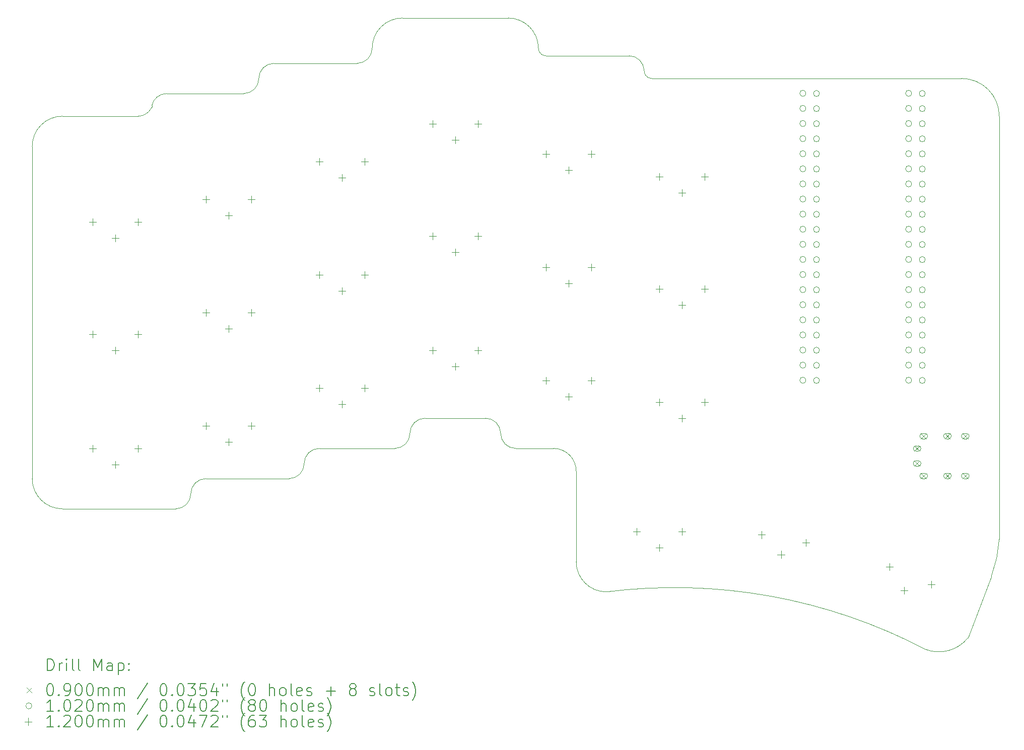
<source format=gbr>
%TF.GenerationSoftware,KiCad,Pcbnew,7.0.10*%
%TF.CreationDate,2024-02-16T13:50:48-07:00*%
%TF.ProjectId,kb42,6b623432-2e6b-4696-9361-645f70636258,rev?*%
%TF.SameCoordinates,Original*%
%TF.FileFunction,Drillmap*%
%TF.FilePolarity,Positive*%
%FSLAX45Y45*%
G04 Gerber Fmt 4.5, Leading zero omitted, Abs format (unit mm)*
G04 Created by KiCad (PCBNEW 7.0.10) date 2024-02-16 13:50:48*
%MOMM*%
%LPD*%
G01*
G04 APERTURE LIST*
%ADD10C,0.100000*%
%ADD11C,0.200000*%
%ADD12C,0.102000*%
%ADD13C,0.120000*%
G04 APERTURE END LIST*
D10*
X8229600Y-4699000D02*
G75*
G03*
X7981063Y-4900604I0J-254000D01*
G01*
X14605000Y-4064000D02*
X16002000Y-4064000D01*
X11430000Y-4191000D02*
G75*
G03*
X11684000Y-3937000I0J254000D01*
G01*
X10795000Y-10668000D02*
X12065000Y-10668000D01*
X8890000Y-11176000D02*
X10287000Y-11176000D01*
X16383000Y-4445000D02*
X21590000Y-4445000D01*
X22225000Y-5080000D02*
G75*
G03*
X21590000Y-4445000I-635000J0D01*
G01*
X21699323Y-13854258D02*
X22091029Y-12824386D01*
X7974184Y-4939592D02*
X7981063Y-4900604D01*
X10033000Y-4191000D02*
X11430000Y-4191000D01*
X5969000Y-5588000D02*
X5969000Y-11176000D01*
X12192000Y-3429000D02*
X13970000Y-3429000D01*
X7747000Y-5080000D02*
G75*
G03*
X7974184Y-4939592I0J254000D01*
G01*
X13843000Y-10414000D02*
G75*
G03*
X13589000Y-10160000I-254000J0D01*
G01*
X10033000Y-4191000D02*
G75*
G03*
X9779000Y-4445000I0J-254000D01*
G01*
X15113000Y-12573000D02*
G75*
G03*
X15621000Y-13081000I508000J0D01*
G01*
X16256000Y-4318000D02*
G75*
G03*
X16383000Y-4445000I127000J0D01*
G01*
X13843000Y-10414000D02*
G75*
G03*
X14097000Y-10668000I254000J0D01*
G01*
X12192000Y-3429000D02*
G75*
G03*
X11684000Y-3937000I0J-508000D01*
G01*
X10795000Y-10668000D02*
G75*
G03*
X10541000Y-10922000I0J-254000D01*
G01*
X8382000Y-11684000D02*
G75*
G03*
X8636000Y-11430000I0J254000D01*
G01*
X14478000Y-3937000D02*
G75*
G03*
X14605000Y-4064000I127000J0D01*
G01*
X14097000Y-10668000D02*
X14732000Y-10668000D01*
X20986361Y-14049124D02*
G75*
G03*
X21699323Y-13854258I222639J587124D01*
G01*
X20986361Y-14049124D02*
G75*
G03*
X15621000Y-13081000I-4222361J-8048876D01*
G01*
X22091029Y-12824386D02*
G75*
G03*
X22225000Y-12192000I-2025029J759386D01*
G01*
X12065000Y-10668000D02*
G75*
G03*
X12319000Y-10414000I0J254000D01*
G01*
X8229600Y-4699000D02*
X9525000Y-4699000D01*
X15113000Y-11049000D02*
G75*
G03*
X14732000Y-10668000I-381000J0D01*
G01*
X9525000Y-4699000D02*
G75*
G03*
X9779000Y-4445000I0J254000D01*
G01*
X10287000Y-11176000D02*
G75*
G03*
X10541000Y-10922000I0J254000D01*
G01*
X5969000Y-11176000D02*
G75*
G03*
X6477000Y-11684000I508000J0D01*
G01*
X16256000Y-4318000D02*
G75*
G03*
X16002000Y-4064000I-254000J0D01*
G01*
X22225000Y-5080000D02*
X22225000Y-12192000D01*
X6477000Y-5080000D02*
X7747000Y-5080000D01*
X12573000Y-10160000D02*
G75*
G03*
X12319000Y-10414000I0J-254000D01*
G01*
X8890000Y-11176000D02*
G75*
G03*
X8636000Y-11430000I0J-254000D01*
G01*
X12573000Y-10160000D02*
X13589000Y-10160000D01*
X6477000Y-11684000D02*
X8382000Y-11684000D01*
X15113000Y-11049000D02*
X15113000Y-12573000D01*
X14478000Y-3937000D02*
G75*
G03*
X13970000Y-3429000I-508000J0D01*
G01*
X6477000Y-5080000D02*
G75*
G03*
X5969000Y-5588000I0J-508000D01*
G01*
D11*
D10*
X20799250Y-10625000D02*
X20889250Y-10715000D01*
X20889250Y-10625000D02*
X20799250Y-10715000D01*
X20864250Y-10625000D02*
X20824250Y-10625000D01*
X20824250Y-10625000D02*
G75*
G03*
X20824250Y-10715000I0J-45000D01*
G01*
X20824250Y-10715000D02*
X20864250Y-10715000D01*
X20864250Y-10715000D02*
G75*
G03*
X20864250Y-10625000I0J45000D01*
G01*
X20799250Y-10875000D02*
X20889250Y-10965000D01*
X20889250Y-10875000D02*
X20799250Y-10965000D01*
X20864250Y-10875000D02*
X20824250Y-10875000D01*
X20824250Y-10875000D02*
G75*
G03*
X20824250Y-10965000I0J-45000D01*
G01*
X20824250Y-10965000D02*
X20864250Y-10965000D01*
X20864250Y-10965000D02*
G75*
G03*
X20864250Y-10875000I0J45000D01*
G01*
X20909250Y-10415000D02*
X20999250Y-10505000D01*
X20999250Y-10415000D02*
X20909250Y-10505000D01*
X20974250Y-10415000D02*
X20934250Y-10415000D01*
X20934250Y-10415000D02*
G75*
G03*
X20934250Y-10505000I0J-45000D01*
G01*
X20934250Y-10505000D02*
X20974250Y-10505000D01*
X20974250Y-10505000D02*
G75*
G03*
X20974250Y-10415000I0J45000D01*
G01*
X20909250Y-11085000D02*
X20999250Y-11175000D01*
X20999250Y-11085000D02*
X20909250Y-11175000D01*
X20974250Y-11085000D02*
X20934250Y-11085000D01*
X20934250Y-11085000D02*
G75*
G03*
X20934250Y-11175000I0J-45000D01*
G01*
X20934250Y-11175000D02*
X20974250Y-11175000D01*
X20974250Y-11175000D02*
G75*
G03*
X20974250Y-11085000I0J45000D01*
G01*
X21309250Y-10415000D02*
X21399250Y-10505000D01*
X21399250Y-10415000D02*
X21309250Y-10505000D01*
X21374250Y-10415000D02*
X21334250Y-10415000D01*
X21334250Y-10415000D02*
G75*
G03*
X21334250Y-10505000I0J-45000D01*
G01*
X21334250Y-10505000D02*
X21374250Y-10505000D01*
X21374250Y-10505000D02*
G75*
G03*
X21374250Y-10415000I0J45000D01*
G01*
X21309250Y-11085000D02*
X21399250Y-11175000D01*
X21399250Y-11085000D02*
X21309250Y-11175000D01*
X21374250Y-11085000D02*
X21334250Y-11085000D01*
X21334250Y-11085000D02*
G75*
G03*
X21334250Y-11175000I0J-45000D01*
G01*
X21334250Y-11175000D02*
X21374250Y-11175000D01*
X21374250Y-11175000D02*
G75*
G03*
X21374250Y-11085000I0J45000D01*
G01*
X21609250Y-10415000D02*
X21699250Y-10505000D01*
X21699250Y-10415000D02*
X21609250Y-10505000D01*
X21674250Y-10415000D02*
X21634250Y-10415000D01*
X21634250Y-10415000D02*
G75*
G03*
X21634250Y-10505000I0J-45000D01*
G01*
X21634250Y-10505000D02*
X21674250Y-10505000D01*
X21674250Y-10505000D02*
G75*
G03*
X21674250Y-10415000I0J45000D01*
G01*
X21609250Y-11085000D02*
X21699250Y-11175000D01*
X21699250Y-11085000D02*
X21609250Y-11175000D01*
X21674250Y-11085000D02*
X21634250Y-11085000D01*
X21634250Y-11085000D02*
G75*
G03*
X21634250Y-11175000I0J-45000D01*
G01*
X21634250Y-11175000D02*
X21674250Y-11175000D01*
X21674250Y-11175000D02*
G75*
G03*
X21674250Y-11085000I0J45000D01*
G01*
D12*
X18974000Y-4695350D02*
G75*
G03*
X18872000Y-4695350I-51000J0D01*
G01*
X18872000Y-4695350D02*
G75*
G03*
X18974000Y-4695350I51000J0D01*
G01*
X18974000Y-4949350D02*
G75*
G03*
X18872000Y-4949350I-51000J0D01*
G01*
X18872000Y-4949350D02*
G75*
G03*
X18974000Y-4949350I51000J0D01*
G01*
X18974000Y-5203350D02*
G75*
G03*
X18872000Y-5203350I-51000J0D01*
G01*
X18872000Y-5203350D02*
G75*
G03*
X18974000Y-5203350I51000J0D01*
G01*
X18974000Y-5457350D02*
G75*
G03*
X18872000Y-5457350I-51000J0D01*
G01*
X18872000Y-5457350D02*
G75*
G03*
X18974000Y-5457350I51000J0D01*
G01*
X18974000Y-5711350D02*
G75*
G03*
X18872000Y-5711350I-51000J0D01*
G01*
X18872000Y-5711350D02*
G75*
G03*
X18974000Y-5711350I51000J0D01*
G01*
X18974000Y-5965350D02*
G75*
G03*
X18872000Y-5965350I-51000J0D01*
G01*
X18872000Y-5965350D02*
G75*
G03*
X18974000Y-5965350I51000J0D01*
G01*
X18974000Y-6219350D02*
G75*
G03*
X18872000Y-6219350I-51000J0D01*
G01*
X18872000Y-6219350D02*
G75*
G03*
X18974000Y-6219350I51000J0D01*
G01*
X18974000Y-6473350D02*
G75*
G03*
X18872000Y-6473350I-51000J0D01*
G01*
X18872000Y-6473350D02*
G75*
G03*
X18974000Y-6473350I51000J0D01*
G01*
X18974000Y-6727350D02*
G75*
G03*
X18872000Y-6727350I-51000J0D01*
G01*
X18872000Y-6727350D02*
G75*
G03*
X18974000Y-6727350I51000J0D01*
G01*
X18974000Y-6981350D02*
G75*
G03*
X18872000Y-6981350I-51000J0D01*
G01*
X18872000Y-6981350D02*
G75*
G03*
X18974000Y-6981350I51000J0D01*
G01*
X18974000Y-7235350D02*
G75*
G03*
X18872000Y-7235350I-51000J0D01*
G01*
X18872000Y-7235350D02*
G75*
G03*
X18974000Y-7235350I51000J0D01*
G01*
X18974000Y-7489350D02*
G75*
G03*
X18872000Y-7489350I-51000J0D01*
G01*
X18872000Y-7489350D02*
G75*
G03*
X18974000Y-7489350I51000J0D01*
G01*
X18974000Y-7743350D02*
G75*
G03*
X18872000Y-7743350I-51000J0D01*
G01*
X18872000Y-7743350D02*
G75*
G03*
X18974000Y-7743350I51000J0D01*
G01*
X18974000Y-7997350D02*
G75*
G03*
X18872000Y-7997350I-51000J0D01*
G01*
X18872000Y-7997350D02*
G75*
G03*
X18974000Y-7997350I51000J0D01*
G01*
X18974000Y-8251350D02*
G75*
G03*
X18872000Y-8251350I-51000J0D01*
G01*
X18872000Y-8251350D02*
G75*
G03*
X18974000Y-8251350I51000J0D01*
G01*
X18974000Y-8505350D02*
G75*
G03*
X18872000Y-8505350I-51000J0D01*
G01*
X18872000Y-8505350D02*
G75*
G03*
X18974000Y-8505350I51000J0D01*
G01*
X18974000Y-8759350D02*
G75*
G03*
X18872000Y-8759350I-51000J0D01*
G01*
X18872000Y-8759350D02*
G75*
G03*
X18974000Y-8759350I51000J0D01*
G01*
X18974000Y-9013350D02*
G75*
G03*
X18872000Y-9013350I-51000J0D01*
G01*
X18872000Y-9013350D02*
G75*
G03*
X18974000Y-9013350I51000J0D01*
G01*
X18974000Y-9267350D02*
G75*
G03*
X18872000Y-9267350I-51000J0D01*
G01*
X18872000Y-9267350D02*
G75*
G03*
X18974000Y-9267350I51000J0D01*
G01*
X18974000Y-9521350D02*
G75*
G03*
X18872000Y-9521350I-51000J0D01*
G01*
X18872000Y-9521350D02*
G75*
G03*
X18974000Y-9521350I51000J0D01*
G01*
X19204000Y-4699000D02*
G75*
G03*
X19102000Y-4699000I-51000J0D01*
G01*
X19102000Y-4699000D02*
G75*
G03*
X19204000Y-4699000I51000J0D01*
G01*
X19204000Y-4953000D02*
G75*
G03*
X19102000Y-4953000I-51000J0D01*
G01*
X19102000Y-4953000D02*
G75*
G03*
X19204000Y-4953000I51000J0D01*
G01*
X19204000Y-5207000D02*
G75*
G03*
X19102000Y-5207000I-51000J0D01*
G01*
X19102000Y-5207000D02*
G75*
G03*
X19204000Y-5207000I51000J0D01*
G01*
X19204000Y-5461000D02*
G75*
G03*
X19102000Y-5461000I-51000J0D01*
G01*
X19102000Y-5461000D02*
G75*
G03*
X19204000Y-5461000I51000J0D01*
G01*
X19204000Y-5715000D02*
G75*
G03*
X19102000Y-5715000I-51000J0D01*
G01*
X19102000Y-5715000D02*
G75*
G03*
X19204000Y-5715000I51000J0D01*
G01*
X19204000Y-5969000D02*
G75*
G03*
X19102000Y-5969000I-51000J0D01*
G01*
X19102000Y-5969000D02*
G75*
G03*
X19204000Y-5969000I51000J0D01*
G01*
X19204000Y-6223000D02*
G75*
G03*
X19102000Y-6223000I-51000J0D01*
G01*
X19102000Y-6223000D02*
G75*
G03*
X19204000Y-6223000I51000J0D01*
G01*
X19204000Y-6477000D02*
G75*
G03*
X19102000Y-6477000I-51000J0D01*
G01*
X19102000Y-6477000D02*
G75*
G03*
X19204000Y-6477000I51000J0D01*
G01*
X19204000Y-6731000D02*
G75*
G03*
X19102000Y-6731000I-51000J0D01*
G01*
X19102000Y-6731000D02*
G75*
G03*
X19204000Y-6731000I51000J0D01*
G01*
X19204000Y-6985000D02*
G75*
G03*
X19102000Y-6985000I-51000J0D01*
G01*
X19102000Y-6985000D02*
G75*
G03*
X19204000Y-6985000I51000J0D01*
G01*
X19204000Y-7239000D02*
G75*
G03*
X19102000Y-7239000I-51000J0D01*
G01*
X19102000Y-7239000D02*
G75*
G03*
X19204000Y-7239000I51000J0D01*
G01*
X19204000Y-7493000D02*
G75*
G03*
X19102000Y-7493000I-51000J0D01*
G01*
X19102000Y-7493000D02*
G75*
G03*
X19204000Y-7493000I51000J0D01*
G01*
X19204000Y-7747000D02*
G75*
G03*
X19102000Y-7747000I-51000J0D01*
G01*
X19102000Y-7747000D02*
G75*
G03*
X19204000Y-7747000I51000J0D01*
G01*
X19204000Y-8001000D02*
G75*
G03*
X19102000Y-8001000I-51000J0D01*
G01*
X19102000Y-8001000D02*
G75*
G03*
X19204000Y-8001000I51000J0D01*
G01*
X19204000Y-8255000D02*
G75*
G03*
X19102000Y-8255000I-51000J0D01*
G01*
X19102000Y-8255000D02*
G75*
G03*
X19204000Y-8255000I51000J0D01*
G01*
X19204000Y-8509000D02*
G75*
G03*
X19102000Y-8509000I-51000J0D01*
G01*
X19102000Y-8509000D02*
G75*
G03*
X19204000Y-8509000I51000J0D01*
G01*
X19204000Y-8763000D02*
G75*
G03*
X19102000Y-8763000I-51000J0D01*
G01*
X19102000Y-8763000D02*
G75*
G03*
X19204000Y-8763000I51000J0D01*
G01*
X19204000Y-9017000D02*
G75*
G03*
X19102000Y-9017000I-51000J0D01*
G01*
X19102000Y-9017000D02*
G75*
G03*
X19204000Y-9017000I51000J0D01*
G01*
X19204000Y-9271000D02*
G75*
G03*
X19102000Y-9271000I-51000J0D01*
G01*
X19102000Y-9271000D02*
G75*
G03*
X19204000Y-9271000I51000J0D01*
G01*
X19204000Y-9525000D02*
G75*
G03*
X19102000Y-9525000I-51000J0D01*
G01*
X19102000Y-9525000D02*
G75*
G03*
X19204000Y-9525000I51000J0D01*
G01*
X20752000Y-4695350D02*
G75*
G03*
X20650000Y-4695350I-51000J0D01*
G01*
X20650000Y-4695350D02*
G75*
G03*
X20752000Y-4695350I51000J0D01*
G01*
X20752000Y-4949350D02*
G75*
G03*
X20650000Y-4949350I-51000J0D01*
G01*
X20650000Y-4949350D02*
G75*
G03*
X20752000Y-4949350I51000J0D01*
G01*
X20752000Y-5203350D02*
G75*
G03*
X20650000Y-5203350I-51000J0D01*
G01*
X20650000Y-5203350D02*
G75*
G03*
X20752000Y-5203350I51000J0D01*
G01*
X20752000Y-5457350D02*
G75*
G03*
X20650000Y-5457350I-51000J0D01*
G01*
X20650000Y-5457350D02*
G75*
G03*
X20752000Y-5457350I51000J0D01*
G01*
X20752000Y-5711350D02*
G75*
G03*
X20650000Y-5711350I-51000J0D01*
G01*
X20650000Y-5711350D02*
G75*
G03*
X20752000Y-5711350I51000J0D01*
G01*
X20752000Y-5965350D02*
G75*
G03*
X20650000Y-5965350I-51000J0D01*
G01*
X20650000Y-5965350D02*
G75*
G03*
X20752000Y-5965350I51000J0D01*
G01*
X20752000Y-6219350D02*
G75*
G03*
X20650000Y-6219350I-51000J0D01*
G01*
X20650000Y-6219350D02*
G75*
G03*
X20752000Y-6219350I51000J0D01*
G01*
X20752000Y-6473350D02*
G75*
G03*
X20650000Y-6473350I-51000J0D01*
G01*
X20650000Y-6473350D02*
G75*
G03*
X20752000Y-6473350I51000J0D01*
G01*
X20752000Y-6727350D02*
G75*
G03*
X20650000Y-6727350I-51000J0D01*
G01*
X20650000Y-6727350D02*
G75*
G03*
X20752000Y-6727350I51000J0D01*
G01*
X20752000Y-6981350D02*
G75*
G03*
X20650000Y-6981350I-51000J0D01*
G01*
X20650000Y-6981350D02*
G75*
G03*
X20752000Y-6981350I51000J0D01*
G01*
X20752000Y-7235350D02*
G75*
G03*
X20650000Y-7235350I-51000J0D01*
G01*
X20650000Y-7235350D02*
G75*
G03*
X20752000Y-7235350I51000J0D01*
G01*
X20752000Y-7489350D02*
G75*
G03*
X20650000Y-7489350I-51000J0D01*
G01*
X20650000Y-7489350D02*
G75*
G03*
X20752000Y-7489350I51000J0D01*
G01*
X20752000Y-7743350D02*
G75*
G03*
X20650000Y-7743350I-51000J0D01*
G01*
X20650000Y-7743350D02*
G75*
G03*
X20752000Y-7743350I51000J0D01*
G01*
X20752000Y-7997350D02*
G75*
G03*
X20650000Y-7997350I-51000J0D01*
G01*
X20650000Y-7997350D02*
G75*
G03*
X20752000Y-7997350I51000J0D01*
G01*
X20752000Y-8251350D02*
G75*
G03*
X20650000Y-8251350I-51000J0D01*
G01*
X20650000Y-8251350D02*
G75*
G03*
X20752000Y-8251350I51000J0D01*
G01*
X20752000Y-8505350D02*
G75*
G03*
X20650000Y-8505350I-51000J0D01*
G01*
X20650000Y-8505350D02*
G75*
G03*
X20752000Y-8505350I51000J0D01*
G01*
X20752000Y-8759350D02*
G75*
G03*
X20650000Y-8759350I-51000J0D01*
G01*
X20650000Y-8759350D02*
G75*
G03*
X20752000Y-8759350I51000J0D01*
G01*
X20752000Y-9013350D02*
G75*
G03*
X20650000Y-9013350I-51000J0D01*
G01*
X20650000Y-9013350D02*
G75*
G03*
X20752000Y-9013350I51000J0D01*
G01*
X20752000Y-9267350D02*
G75*
G03*
X20650000Y-9267350I-51000J0D01*
G01*
X20650000Y-9267350D02*
G75*
G03*
X20752000Y-9267350I51000J0D01*
G01*
X20752000Y-9521350D02*
G75*
G03*
X20650000Y-9521350I-51000J0D01*
G01*
X20650000Y-9521350D02*
G75*
G03*
X20752000Y-9521350I51000J0D01*
G01*
X20982000Y-4699000D02*
G75*
G03*
X20880000Y-4699000I-51000J0D01*
G01*
X20880000Y-4699000D02*
G75*
G03*
X20982000Y-4699000I51000J0D01*
G01*
X20982000Y-4953000D02*
G75*
G03*
X20880000Y-4953000I-51000J0D01*
G01*
X20880000Y-4953000D02*
G75*
G03*
X20982000Y-4953000I51000J0D01*
G01*
X20982000Y-5207000D02*
G75*
G03*
X20880000Y-5207000I-51000J0D01*
G01*
X20880000Y-5207000D02*
G75*
G03*
X20982000Y-5207000I51000J0D01*
G01*
X20982000Y-5461000D02*
G75*
G03*
X20880000Y-5461000I-51000J0D01*
G01*
X20880000Y-5461000D02*
G75*
G03*
X20982000Y-5461000I51000J0D01*
G01*
X20982000Y-5715000D02*
G75*
G03*
X20880000Y-5715000I-51000J0D01*
G01*
X20880000Y-5715000D02*
G75*
G03*
X20982000Y-5715000I51000J0D01*
G01*
X20982000Y-5969000D02*
G75*
G03*
X20880000Y-5969000I-51000J0D01*
G01*
X20880000Y-5969000D02*
G75*
G03*
X20982000Y-5969000I51000J0D01*
G01*
X20982000Y-6223000D02*
G75*
G03*
X20880000Y-6223000I-51000J0D01*
G01*
X20880000Y-6223000D02*
G75*
G03*
X20982000Y-6223000I51000J0D01*
G01*
X20982000Y-6477000D02*
G75*
G03*
X20880000Y-6477000I-51000J0D01*
G01*
X20880000Y-6477000D02*
G75*
G03*
X20982000Y-6477000I51000J0D01*
G01*
X20982000Y-6731000D02*
G75*
G03*
X20880000Y-6731000I-51000J0D01*
G01*
X20880000Y-6731000D02*
G75*
G03*
X20982000Y-6731000I51000J0D01*
G01*
X20982000Y-6985000D02*
G75*
G03*
X20880000Y-6985000I-51000J0D01*
G01*
X20880000Y-6985000D02*
G75*
G03*
X20982000Y-6985000I51000J0D01*
G01*
X20982000Y-7239000D02*
G75*
G03*
X20880000Y-7239000I-51000J0D01*
G01*
X20880000Y-7239000D02*
G75*
G03*
X20982000Y-7239000I51000J0D01*
G01*
X20982000Y-7493000D02*
G75*
G03*
X20880000Y-7493000I-51000J0D01*
G01*
X20880000Y-7493000D02*
G75*
G03*
X20982000Y-7493000I51000J0D01*
G01*
X20982000Y-7747000D02*
G75*
G03*
X20880000Y-7747000I-51000J0D01*
G01*
X20880000Y-7747000D02*
G75*
G03*
X20982000Y-7747000I51000J0D01*
G01*
X20982000Y-8001000D02*
G75*
G03*
X20880000Y-8001000I-51000J0D01*
G01*
X20880000Y-8001000D02*
G75*
G03*
X20982000Y-8001000I51000J0D01*
G01*
X20982000Y-8255000D02*
G75*
G03*
X20880000Y-8255000I-51000J0D01*
G01*
X20880000Y-8255000D02*
G75*
G03*
X20982000Y-8255000I51000J0D01*
G01*
X20982000Y-8509000D02*
G75*
G03*
X20880000Y-8509000I-51000J0D01*
G01*
X20880000Y-8509000D02*
G75*
G03*
X20982000Y-8509000I51000J0D01*
G01*
X20982000Y-8763000D02*
G75*
G03*
X20880000Y-8763000I-51000J0D01*
G01*
X20880000Y-8763000D02*
G75*
G03*
X20982000Y-8763000I51000J0D01*
G01*
X20982000Y-9017000D02*
G75*
G03*
X20880000Y-9017000I-51000J0D01*
G01*
X20880000Y-9017000D02*
G75*
G03*
X20982000Y-9017000I51000J0D01*
G01*
X20982000Y-9271000D02*
G75*
G03*
X20880000Y-9271000I-51000J0D01*
G01*
X20880000Y-9271000D02*
G75*
G03*
X20982000Y-9271000I51000J0D01*
G01*
X20982000Y-9525000D02*
G75*
G03*
X20880000Y-9525000I-51000J0D01*
G01*
X20880000Y-9525000D02*
G75*
G03*
X20982000Y-9525000I51000J0D01*
G01*
D13*
X6985000Y-6798000D02*
X6985000Y-6918000D01*
X6925000Y-6858000D02*
X7045000Y-6858000D01*
X6985000Y-8688000D02*
X6985000Y-8808000D01*
X6925000Y-8748000D02*
X7045000Y-8748000D01*
X6985000Y-10608000D02*
X6985000Y-10728000D01*
X6925000Y-10668000D02*
X7045000Y-10668000D01*
X7366000Y-7067000D02*
X7366000Y-7187000D01*
X7306000Y-7127000D02*
X7426000Y-7127000D01*
X7366000Y-8957000D02*
X7366000Y-9077000D01*
X7306000Y-9017000D02*
X7426000Y-9017000D01*
X7366000Y-10877000D02*
X7366000Y-10997000D01*
X7306000Y-10937000D02*
X7426000Y-10937000D01*
X7746000Y-6797000D02*
X7746000Y-6917000D01*
X7686000Y-6857000D02*
X7806000Y-6857000D01*
X7746000Y-8687000D02*
X7746000Y-8807000D01*
X7686000Y-8747000D02*
X7806000Y-8747000D01*
X7746000Y-10607000D02*
X7746000Y-10727000D01*
X7686000Y-10667000D02*
X7806000Y-10667000D01*
X8890000Y-6417000D02*
X8890000Y-6537000D01*
X8830000Y-6477000D02*
X8950000Y-6477000D01*
X8890000Y-8322000D02*
X8890000Y-8442000D01*
X8830000Y-8382000D02*
X8950000Y-8382000D01*
X8890000Y-10227000D02*
X8890000Y-10347000D01*
X8830000Y-10287000D02*
X8950000Y-10287000D01*
X9271000Y-6686000D02*
X9271000Y-6806000D01*
X9211000Y-6746000D02*
X9331000Y-6746000D01*
X9271000Y-8591000D02*
X9271000Y-8711000D01*
X9211000Y-8651000D02*
X9331000Y-8651000D01*
X9271000Y-10496000D02*
X9271000Y-10616000D01*
X9211000Y-10556000D02*
X9331000Y-10556000D01*
X9651000Y-6416000D02*
X9651000Y-6536000D01*
X9591000Y-6476000D02*
X9711000Y-6476000D01*
X9651000Y-8321000D02*
X9651000Y-8441000D01*
X9591000Y-8381000D02*
X9711000Y-8381000D01*
X9651000Y-10226000D02*
X9651000Y-10346000D01*
X9591000Y-10286000D02*
X9711000Y-10286000D01*
X10795000Y-7687000D02*
X10795000Y-7807000D01*
X10735000Y-7747000D02*
X10855000Y-7747000D01*
X10796000Y-5782000D02*
X10796000Y-5902000D01*
X10736000Y-5842000D02*
X10856000Y-5842000D01*
X10796000Y-9592000D02*
X10796000Y-9712000D01*
X10736000Y-9652000D02*
X10856000Y-9652000D01*
X11176000Y-7956000D02*
X11176000Y-8076000D01*
X11116000Y-8016000D02*
X11236000Y-8016000D01*
X11177000Y-6051000D02*
X11177000Y-6171000D01*
X11117000Y-6111000D02*
X11237000Y-6111000D01*
X11177000Y-9861000D02*
X11177000Y-9981000D01*
X11117000Y-9921000D02*
X11237000Y-9921000D01*
X11556000Y-7686000D02*
X11556000Y-7806000D01*
X11496000Y-7746000D02*
X11616000Y-7746000D01*
X11557000Y-5781000D02*
X11557000Y-5901000D01*
X11497000Y-5841000D02*
X11617000Y-5841000D01*
X11557000Y-9591000D02*
X11557000Y-9711000D01*
X11497000Y-9651000D02*
X11617000Y-9651000D01*
X12700000Y-5147000D02*
X12700000Y-5267000D01*
X12640000Y-5207000D02*
X12760000Y-5207000D01*
X12700000Y-7037000D02*
X12700000Y-7157000D01*
X12640000Y-7097000D02*
X12760000Y-7097000D01*
X12700000Y-8957000D02*
X12700000Y-9077000D01*
X12640000Y-9017000D02*
X12760000Y-9017000D01*
X13081000Y-5416000D02*
X13081000Y-5536000D01*
X13021000Y-5476000D02*
X13141000Y-5476000D01*
X13081000Y-7306000D02*
X13081000Y-7426000D01*
X13021000Y-7366000D02*
X13141000Y-7366000D01*
X13081000Y-9226000D02*
X13081000Y-9346000D01*
X13021000Y-9286000D02*
X13141000Y-9286000D01*
X13461000Y-5146000D02*
X13461000Y-5266000D01*
X13401000Y-5206000D02*
X13521000Y-5206000D01*
X13461000Y-7036000D02*
X13461000Y-7156000D01*
X13401000Y-7096000D02*
X13521000Y-7096000D01*
X13461000Y-8956000D02*
X13461000Y-9076000D01*
X13401000Y-9016000D02*
X13521000Y-9016000D01*
X14605000Y-5655000D02*
X14605000Y-5775000D01*
X14545000Y-5715000D02*
X14665000Y-5715000D01*
X14605000Y-7560000D02*
X14605000Y-7680000D01*
X14545000Y-7620000D02*
X14665000Y-7620000D01*
X14605000Y-9465000D02*
X14605000Y-9585000D01*
X14545000Y-9525000D02*
X14665000Y-9525000D01*
X14986000Y-5924000D02*
X14986000Y-6044000D01*
X14926000Y-5984000D02*
X15046000Y-5984000D01*
X14986000Y-7829000D02*
X14986000Y-7949000D01*
X14926000Y-7889000D02*
X15046000Y-7889000D01*
X14986000Y-9734000D02*
X14986000Y-9854000D01*
X14926000Y-9794000D02*
X15046000Y-9794000D01*
X15366000Y-5654000D02*
X15366000Y-5774000D01*
X15306000Y-5714000D02*
X15426000Y-5714000D01*
X15366000Y-7559000D02*
X15366000Y-7679000D01*
X15306000Y-7619000D02*
X15426000Y-7619000D01*
X15366000Y-9464000D02*
X15366000Y-9584000D01*
X15306000Y-9524000D02*
X15426000Y-9524000D01*
X16130000Y-12006000D02*
X16130000Y-12126000D01*
X16070000Y-12066000D02*
X16190000Y-12066000D01*
X16510000Y-7926000D02*
X16510000Y-8046000D01*
X16450000Y-7986000D02*
X16570000Y-7986000D01*
X16510000Y-9831000D02*
X16510000Y-9951000D01*
X16450000Y-9891000D02*
X16570000Y-9891000D01*
X16511000Y-6037000D02*
X16511000Y-6157000D01*
X16451000Y-6097000D02*
X16571000Y-6097000D01*
X16511000Y-12275000D02*
X16511000Y-12395000D01*
X16451000Y-12335000D02*
X16571000Y-12335000D01*
X16891000Y-8195000D02*
X16891000Y-8315000D01*
X16831000Y-8255000D02*
X16951000Y-8255000D01*
X16891000Y-10100000D02*
X16891000Y-10220000D01*
X16831000Y-10160000D02*
X16951000Y-10160000D01*
X16891000Y-12005000D02*
X16891000Y-12125000D01*
X16831000Y-12065000D02*
X16951000Y-12065000D01*
X16892000Y-6306000D02*
X16892000Y-6426000D01*
X16832000Y-6366000D02*
X16952000Y-6366000D01*
X17271000Y-7925000D02*
X17271000Y-8045000D01*
X17211000Y-7985000D02*
X17331000Y-7985000D01*
X17271000Y-9830000D02*
X17271000Y-9950000D01*
X17211000Y-9890000D02*
X17331000Y-9890000D01*
X17272000Y-6036000D02*
X17272000Y-6156000D01*
X17212000Y-6096000D02*
X17332000Y-6096000D01*
X18227628Y-12061052D02*
X18227628Y-12181052D01*
X18167628Y-12121052D02*
X18287628Y-12121052D01*
X18556129Y-12392125D02*
X18556129Y-12512125D01*
X18496129Y-12452125D02*
X18616129Y-12452125D01*
X18977241Y-12192213D02*
X18977241Y-12312213D01*
X18917241Y-12252213D02*
X19037241Y-12252213D01*
X20381105Y-12597574D02*
X20381105Y-12717574D01*
X20321105Y-12657574D02*
X20441105Y-12657574D01*
X20626711Y-12994058D02*
X20626711Y-13114058D01*
X20566711Y-13054058D02*
X20686711Y-13054058D01*
X21082000Y-12894000D02*
X21082000Y-13014000D01*
X21022000Y-12954000D02*
X21142000Y-12954000D01*
D11*
X6224777Y-14406403D02*
X6224777Y-14206403D01*
X6224777Y-14206403D02*
X6272396Y-14206403D01*
X6272396Y-14206403D02*
X6300967Y-14215927D01*
X6300967Y-14215927D02*
X6320015Y-14234975D01*
X6320015Y-14234975D02*
X6329539Y-14254022D01*
X6329539Y-14254022D02*
X6339062Y-14292117D01*
X6339062Y-14292117D02*
X6339062Y-14320689D01*
X6339062Y-14320689D02*
X6329539Y-14358784D01*
X6329539Y-14358784D02*
X6320015Y-14377832D01*
X6320015Y-14377832D02*
X6300967Y-14396879D01*
X6300967Y-14396879D02*
X6272396Y-14406403D01*
X6272396Y-14406403D02*
X6224777Y-14406403D01*
X6424777Y-14406403D02*
X6424777Y-14273070D01*
X6424777Y-14311165D02*
X6434301Y-14292117D01*
X6434301Y-14292117D02*
X6443824Y-14282594D01*
X6443824Y-14282594D02*
X6462872Y-14273070D01*
X6462872Y-14273070D02*
X6481920Y-14273070D01*
X6548586Y-14406403D02*
X6548586Y-14273070D01*
X6548586Y-14206403D02*
X6539062Y-14215927D01*
X6539062Y-14215927D02*
X6548586Y-14225451D01*
X6548586Y-14225451D02*
X6558110Y-14215927D01*
X6558110Y-14215927D02*
X6548586Y-14206403D01*
X6548586Y-14206403D02*
X6548586Y-14225451D01*
X6672396Y-14406403D02*
X6653348Y-14396879D01*
X6653348Y-14396879D02*
X6643824Y-14377832D01*
X6643824Y-14377832D02*
X6643824Y-14206403D01*
X6777158Y-14406403D02*
X6758110Y-14396879D01*
X6758110Y-14396879D02*
X6748586Y-14377832D01*
X6748586Y-14377832D02*
X6748586Y-14206403D01*
X7005729Y-14406403D02*
X7005729Y-14206403D01*
X7005729Y-14206403D02*
X7072396Y-14349260D01*
X7072396Y-14349260D02*
X7139062Y-14206403D01*
X7139062Y-14206403D02*
X7139062Y-14406403D01*
X7320015Y-14406403D02*
X7320015Y-14301641D01*
X7320015Y-14301641D02*
X7310491Y-14282594D01*
X7310491Y-14282594D02*
X7291443Y-14273070D01*
X7291443Y-14273070D02*
X7253348Y-14273070D01*
X7253348Y-14273070D02*
X7234301Y-14282594D01*
X7320015Y-14396879D02*
X7300967Y-14406403D01*
X7300967Y-14406403D02*
X7253348Y-14406403D01*
X7253348Y-14406403D02*
X7234301Y-14396879D01*
X7234301Y-14396879D02*
X7224777Y-14377832D01*
X7224777Y-14377832D02*
X7224777Y-14358784D01*
X7224777Y-14358784D02*
X7234301Y-14339736D01*
X7234301Y-14339736D02*
X7253348Y-14330213D01*
X7253348Y-14330213D02*
X7300967Y-14330213D01*
X7300967Y-14330213D02*
X7320015Y-14320689D01*
X7415253Y-14273070D02*
X7415253Y-14473070D01*
X7415253Y-14282594D02*
X7434301Y-14273070D01*
X7434301Y-14273070D02*
X7472396Y-14273070D01*
X7472396Y-14273070D02*
X7491443Y-14282594D01*
X7491443Y-14282594D02*
X7500967Y-14292117D01*
X7500967Y-14292117D02*
X7510491Y-14311165D01*
X7510491Y-14311165D02*
X7510491Y-14368308D01*
X7510491Y-14368308D02*
X7500967Y-14387355D01*
X7500967Y-14387355D02*
X7491443Y-14396879D01*
X7491443Y-14396879D02*
X7472396Y-14406403D01*
X7472396Y-14406403D02*
X7434301Y-14406403D01*
X7434301Y-14406403D02*
X7415253Y-14396879D01*
X7596205Y-14387355D02*
X7605729Y-14396879D01*
X7605729Y-14396879D02*
X7596205Y-14406403D01*
X7596205Y-14406403D02*
X7586682Y-14396879D01*
X7586682Y-14396879D02*
X7596205Y-14387355D01*
X7596205Y-14387355D02*
X7596205Y-14406403D01*
X7596205Y-14282594D02*
X7605729Y-14292117D01*
X7605729Y-14292117D02*
X7596205Y-14301641D01*
X7596205Y-14301641D02*
X7586682Y-14292117D01*
X7586682Y-14292117D02*
X7596205Y-14282594D01*
X7596205Y-14282594D02*
X7596205Y-14301641D01*
D10*
X5874000Y-14689919D02*
X5964000Y-14779919D01*
X5964000Y-14689919D02*
X5874000Y-14779919D01*
D11*
X6262872Y-14626403D02*
X6281920Y-14626403D01*
X6281920Y-14626403D02*
X6300967Y-14635927D01*
X6300967Y-14635927D02*
X6310491Y-14645451D01*
X6310491Y-14645451D02*
X6320015Y-14664498D01*
X6320015Y-14664498D02*
X6329539Y-14702594D01*
X6329539Y-14702594D02*
X6329539Y-14750213D01*
X6329539Y-14750213D02*
X6320015Y-14788308D01*
X6320015Y-14788308D02*
X6310491Y-14807355D01*
X6310491Y-14807355D02*
X6300967Y-14816879D01*
X6300967Y-14816879D02*
X6281920Y-14826403D01*
X6281920Y-14826403D02*
X6262872Y-14826403D01*
X6262872Y-14826403D02*
X6243824Y-14816879D01*
X6243824Y-14816879D02*
X6234301Y-14807355D01*
X6234301Y-14807355D02*
X6224777Y-14788308D01*
X6224777Y-14788308D02*
X6215253Y-14750213D01*
X6215253Y-14750213D02*
X6215253Y-14702594D01*
X6215253Y-14702594D02*
X6224777Y-14664498D01*
X6224777Y-14664498D02*
X6234301Y-14645451D01*
X6234301Y-14645451D02*
X6243824Y-14635927D01*
X6243824Y-14635927D02*
X6262872Y-14626403D01*
X6415253Y-14807355D02*
X6424777Y-14816879D01*
X6424777Y-14816879D02*
X6415253Y-14826403D01*
X6415253Y-14826403D02*
X6405729Y-14816879D01*
X6405729Y-14816879D02*
X6415253Y-14807355D01*
X6415253Y-14807355D02*
X6415253Y-14826403D01*
X6520015Y-14826403D02*
X6558110Y-14826403D01*
X6558110Y-14826403D02*
X6577158Y-14816879D01*
X6577158Y-14816879D02*
X6586682Y-14807355D01*
X6586682Y-14807355D02*
X6605729Y-14778784D01*
X6605729Y-14778784D02*
X6615253Y-14740689D01*
X6615253Y-14740689D02*
X6615253Y-14664498D01*
X6615253Y-14664498D02*
X6605729Y-14645451D01*
X6605729Y-14645451D02*
X6596205Y-14635927D01*
X6596205Y-14635927D02*
X6577158Y-14626403D01*
X6577158Y-14626403D02*
X6539062Y-14626403D01*
X6539062Y-14626403D02*
X6520015Y-14635927D01*
X6520015Y-14635927D02*
X6510491Y-14645451D01*
X6510491Y-14645451D02*
X6500967Y-14664498D01*
X6500967Y-14664498D02*
X6500967Y-14712117D01*
X6500967Y-14712117D02*
X6510491Y-14731165D01*
X6510491Y-14731165D02*
X6520015Y-14740689D01*
X6520015Y-14740689D02*
X6539062Y-14750213D01*
X6539062Y-14750213D02*
X6577158Y-14750213D01*
X6577158Y-14750213D02*
X6596205Y-14740689D01*
X6596205Y-14740689D02*
X6605729Y-14731165D01*
X6605729Y-14731165D02*
X6615253Y-14712117D01*
X6739062Y-14626403D02*
X6758110Y-14626403D01*
X6758110Y-14626403D02*
X6777158Y-14635927D01*
X6777158Y-14635927D02*
X6786682Y-14645451D01*
X6786682Y-14645451D02*
X6796205Y-14664498D01*
X6796205Y-14664498D02*
X6805729Y-14702594D01*
X6805729Y-14702594D02*
X6805729Y-14750213D01*
X6805729Y-14750213D02*
X6796205Y-14788308D01*
X6796205Y-14788308D02*
X6786682Y-14807355D01*
X6786682Y-14807355D02*
X6777158Y-14816879D01*
X6777158Y-14816879D02*
X6758110Y-14826403D01*
X6758110Y-14826403D02*
X6739062Y-14826403D01*
X6739062Y-14826403D02*
X6720015Y-14816879D01*
X6720015Y-14816879D02*
X6710491Y-14807355D01*
X6710491Y-14807355D02*
X6700967Y-14788308D01*
X6700967Y-14788308D02*
X6691443Y-14750213D01*
X6691443Y-14750213D02*
X6691443Y-14702594D01*
X6691443Y-14702594D02*
X6700967Y-14664498D01*
X6700967Y-14664498D02*
X6710491Y-14645451D01*
X6710491Y-14645451D02*
X6720015Y-14635927D01*
X6720015Y-14635927D02*
X6739062Y-14626403D01*
X6929539Y-14626403D02*
X6948586Y-14626403D01*
X6948586Y-14626403D02*
X6967634Y-14635927D01*
X6967634Y-14635927D02*
X6977158Y-14645451D01*
X6977158Y-14645451D02*
X6986682Y-14664498D01*
X6986682Y-14664498D02*
X6996205Y-14702594D01*
X6996205Y-14702594D02*
X6996205Y-14750213D01*
X6996205Y-14750213D02*
X6986682Y-14788308D01*
X6986682Y-14788308D02*
X6977158Y-14807355D01*
X6977158Y-14807355D02*
X6967634Y-14816879D01*
X6967634Y-14816879D02*
X6948586Y-14826403D01*
X6948586Y-14826403D02*
X6929539Y-14826403D01*
X6929539Y-14826403D02*
X6910491Y-14816879D01*
X6910491Y-14816879D02*
X6900967Y-14807355D01*
X6900967Y-14807355D02*
X6891443Y-14788308D01*
X6891443Y-14788308D02*
X6881920Y-14750213D01*
X6881920Y-14750213D02*
X6881920Y-14702594D01*
X6881920Y-14702594D02*
X6891443Y-14664498D01*
X6891443Y-14664498D02*
X6900967Y-14645451D01*
X6900967Y-14645451D02*
X6910491Y-14635927D01*
X6910491Y-14635927D02*
X6929539Y-14626403D01*
X7081920Y-14826403D02*
X7081920Y-14693070D01*
X7081920Y-14712117D02*
X7091443Y-14702594D01*
X7091443Y-14702594D02*
X7110491Y-14693070D01*
X7110491Y-14693070D02*
X7139063Y-14693070D01*
X7139063Y-14693070D02*
X7158110Y-14702594D01*
X7158110Y-14702594D02*
X7167634Y-14721641D01*
X7167634Y-14721641D02*
X7167634Y-14826403D01*
X7167634Y-14721641D02*
X7177158Y-14702594D01*
X7177158Y-14702594D02*
X7196205Y-14693070D01*
X7196205Y-14693070D02*
X7224777Y-14693070D01*
X7224777Y-14693070D02*
X7243824Y-14702594D01*
X7243824Y-14702594D02*
X7253348Y-14721641D01*
X7253348Y-14721641D02*
X7253348Y-14826403D01*
X7348586Y-14826403D02*
X7348586Y-14693070D01*
X7348586Y-14712117D02*
X7358110Y-14702594D01*
X7358110Y-14702594D02*
X7377158Y-14693070D01*
X7377158Y-14693070D02*
X7405729Y-14693070D01*
X7405729Y-14693070D02*
X7424777Y-14702594D01*
X7424777Y-14702594D02*
X7434301Y-14721641D01*
X7434301Y-14721641D02*
X7434301Y-14826403D01*
X7434301Y-14721641D02*
X7443824Y-14702594D01*
X7443824Y-14702594D02*
X7462872Y-14693070D01*
X7462872Y-14693070D02*
X7491443Y-14693070D01*
X7491443Y-14693070D02*
X7510491Y-14702594D01*
X7510491Y-14702594D02*
X7520015Y-14721641D01*
X7520015Y-14721641D02*
X7520015Y-14826403D01*
X7910491Y-14616879D02*
X7739063Y-14874022D01*
X8167634Y-14626403D02*
X8186682Y-14626403D01*
X8186682Y-14626403D02*
X8205729Y-14635927D01*
X8205729Y-14635927D02*
X8215253Y-14645451D01*
X8215253Y-14645451D02*
X8224777Y-14664498D01*
X8224777Y-14664498D02*
X8234301Y-14702594D01*
X8234301Y-14702594D02*
X8234301Y-14750213D01*
X8234301Y-14750213D02*
X8224777Y-14788308D01*
X8224777Y-14788308D02*
X8215253Y-14807355D01*
X8215253Y-14807355D02*
X8205729Y-14816879D01*
X8205729Y-14816879D02*
X8186682Y-14826403D01*
X8186682Y-14826403D02*
X8167634Y-14826403D01*
X8167634Y-14826403D02*
X8148586Y-14816879D01*
X8148586Y-14816879D02*
X8139063Y-14807355D01*
X8139063Y-14807355D02*
X8129539Y-14788308D01*
X8129539Y-14788308D02*
X8120015Y-14750213D01*
X8120015Y-14750213D02*
X8120015Y-14702594D01*
X8120015Y-14702594D02*
X8129539Y-14664498D01*
X8129539Y-14664498D02*
X8139063Y-14645451D01*
X8139063Y-14645451D02*
X8148586Y-14635927D01*
X8148586Y-14635927D02*
X8167634Y-14626403D01*
X8320015Y-14807355D02*
X8329539Y-14816879D01*
X8329539Y-14816879D02*
X8320015Y-14826403D01*
X8320015Y-14826403D02*
X8310491Y-14816879D01*
X8310491Y-14816879D02*
X8320015Y-14807355D01*
X8320015Y-14807355D02*
X8320015Y-14826403D01*
X8453348Y-14626403D02*
X8472396Y-14626403D01*
X8472396Y-14626403D02*
X8491444Y-14635927D01*
X8491444Y-14635927D02*
X8500968Y-14645451D01*
X8500968Y-14645451D02*
X8510491Y-14664498D01*
X8510491Y-14664498D02*
X8520015Y-14702594D01*
X8520015Y-14702594D02*
X8520015Y-14750213D01*
X8520015Y-14750213D02*
X8510491Y-14788308D01*
X8510491Y-14788308D02*
X8500968Y-14807355D01*
X8500968Y-14807355D02*
X8491444Y-14816879D01*
X8491444Y-14816879D02*
X8472396Y-14826403D01*
X8472396Y-14826403D02*
X8453348Y-14826403D01*
X8453348Y-14826403D02*
X8434301Y-14816879D01*
X8434301Y-14816879D02*
X8424777Y-14807355D01*
X8424777Y-14807355D02*
X8415253Y-14788308D01*
X8415253Y-14788308D02*
X8405729Y-14750213D01*
X8405729Y-14750213D02*
X8405729Y-14702594D01*
X8405729Y-14702594D02*
X8415253Y-14664498D01*
X8415253Y-14664498D02*
X8424777Y-14645451D01*
X8424777Y-14645451D02*
X8434301Y-14635927D01*
X8434301Y-14635927D02*
X8453348Y-14626403D01*
X8586682Y-14626403D02*
X8710491Y-14626403D01*
X8710491Y-14626403D02*
X8643825Y-14702594D01*
X8643825Y-14702594D02*
X8672396Y-14702594D01*
X8672396Y-14702594D02*
X8691444Y-14712117D01*
X8691444Y-14712117D02*
X8700968Y-14721641D01*
X8700968Y-14721641D02*
X8710491Y-14740689D01*
X8710491Y-14740689D02*
X8710491Y-14788308D01*
X8710491Y-14788308D02*
X8700968Y-14807355D01*
X8700968Y-14807355D02*
X8691444Y-14816879D01*
X8691444Y-14816879D02*
X8672396Y-14826403D01*
X8672396Y-14826403D02*
X8615253Y-14826403D01*
X8615253Y-14826403D02*
X8596206Y-14816879D01*
X8596206Y-14816879D02*
X8586682Y-14807355D01*
X8891444Y-14626403D02*
X8796206Y-14626403D01*
X8796206Y-14626403D02*
X8786682Y-14721641D01*
X8786682Y-14721641D02*
X8796206Y-14712117D01*
X8796206Y-14712117D02*
X8815253Y-14702594D01*
X8815253Y-14702594D02*
X8862872Y-14702594D01*
X8862872Y-14702594D02*
X8881920Y-14712117D01*
X8881920Y-14712117D02*
X8891444Y-14721641D01*
X8891444Y-14721641D02*
X8900968Y-14740689D01*
X8900968Y-14740689D02*
X8900968Y-14788308D01*
X8900968Y-14788308D02*
X8891444Y-14807355D01*
X8891444Y-14807355D02*
X8881920Y-14816879D01*
X8881920Y-14816879D02*
X8862872Y-14826403D01*
X8862872Y-14826403D02*
X8815253Y-14826403D01*
X8815253Y-14826403D02*
X8796206Y-14816879D01*
X8796206Y-14816879D02*
X8786682Y-14807355D01*
X9072396Y-14693070D02*
X9072396Y-14826403D01*
X9024777Y-14616879D02*
X8977158Y-14759736D01*
X8977158Y-14759736D02*
X9100968Y-14759736D01*
X9167634Y-14626403D02*
X9167634Y-14664498D01*
X9243825Y-14626403D02*
X9243825Y-14664498D01*
X9539063Y-14902594D02*
X9529539Y-14893070D01*
X9529539Y-14893070D02*
X9510491Y-14864498D01*
X9510491Y-14864498D02*
X9500968Y-14845451D01*
X9500968Y-14845451D02*
X9491444Y-14816879D01*
X9491444Y-14816879D02*
X9481920Y-14769260D01*
X9481920Y-14769260D02*
X9481920Y-14731165D01*
X9481920Y-14731165D02*
X9491444Y-14683546D01*
X9491444Y-14683546D02*
X9500968Y-14654975D01*
X9500968Y-14654975D02*
X9510491Y-14635927D01*
X9510491Y-14635927D02*
X9529539Y-14607355D01*
X9529539Y-14607355D02*
X9539063Y-14597832D01*
X9653349Y-14626403D02*
X9672396Y-14626403D01*
X9672396Y-14626403D02*
X9691444Y-14635927D01*
X9691444Y-14635927D02*
X9700968Y-14645451D01*
X9700968Y-14645451D02*
X9710491Y-14664498D01*
X9710491Y-14664498D02*
X9720015Y-14702594D01*
X9720015Y-14702594D02*
X9720015Y-14750213D01*
X9720015Y-14750213D02*
X9710491Y-14788308D01*
X9710491Y-14788308D02*
X9700968Y-14807355D01*
X9700968Y-14807355D02*
X9691444Y-14816879D01*
X9691444Y-14816879D02*
X9672396Y-14826403D01*
X9672396Y-14826403D02*
X9653349Y-14826403D01*
X9653349Y-14826403D02*
X9634301Y-14816879D01*
X9634301Y-14816879D02*
X9624777Y-14807355D01*
X9624777Y-14807355D02*
X9615253Y-14788308D01*
X9615253Y-14788308D02*
X9605730Y-14750213D01*
X9605730Y-14750213D02*
X9605730Y-14702594D01*
X9605730Y-14702594D02*
X9615253Y-14664498D01*
X9615253Y-14664498D02*
X9624777Y-14645451D01*
X9624777Y-14645451D02*
X9634301Y-14635927D01*
X9634301Y-14635927D02*
X9653349Y-14626403D01*
X9958111Y-14826403D02*
X9958111Y-14626403D01*
X10043825Y-14826403D02*
X10043825Y-14721641D01*
X10043825Y-14721641D02*
X10034301Y-14702594D01*
X10034301Y-14702594D02*
X10015253Y-14693070D01*
X10015253Y-14693070D02*
X9986682Y-14693070D01*
X9986682Y-14693070D02*
X9967634Y-14702594D01*
X9967634Y-14702594D02*
X9958111Y-14712117D01*
X10167634Y-14826403D02*
X10148587Y-14816879D01*
X10148587Y-14816879D02*
X10139063Y-14807355D01*
X10139063Y-14807355D02*
X10129539Y-14788308D01*
X10129539Y-14788308D02*
X10129539Y-14731165D01*
X10129539Y-14731165D02*
X10139063Y-14712117D01*
X10139063Y-14712117D02*
X10148587Y-14702594D01*
X10148587Y-14702594D02*
X10167634Y-14693070D01*
X10167634Y-14693070D02*
X10196206Y-14693070D01*
X10196206Y-14693070D02*
X10215253Y-14702594D01*
X10215253Y-14702594D02*
X10224777Y-14712117D01*
X10224777Y-14712117D02*
X10234301Y-14731165D01*
X10234301Y-14731165D02*
X10234301Y-14788308D01*
X10234301Y-14788308D02*
X10224777Y-14807355D01*
X10224777Y-14807355D02*
X10215253Y-14816879D01*
X10215253Y-14816879D02*
X10196206Y-14826403D01*
X10196206Y-14826403D02*
X10167634Y-14826403D01*
X10348587Y-14826403D02*
X10329539Y-14816879D01*
X10329539Y-14816879D02*
X10320015Y-14797832D01*
X10320015Y-14797832D02*
X10320015Y-14626403D01*
X10500968Y-14816879D02*
X10481920Y-14826403D01*
X10481920Y-14826403D02*
X10443825Y-14826403D01*
X10443825Y-14826403D02*
X10424777Y-14816879D01*
X10424777Y-14816879D02*
X10415253Y-14797832D01*
X10415253Y-14797832D02*
X10415253Y-14721641D01*
X10415253Y-14721641D02*
X10424777Y-14702594D01*
X10424777Y-14702594D02*
X10443825Y-14693070D01*
X10443825Y-14693070D02*
X10481920Y-14693070D01*
X10481920Y-14693070D02*
X10500968Y-14702594D01*
X10500968Y-14702594D02*
X10510492Y-14721641D01*
X10510492Y-14721641D02*
X10510492Y-14740689D01*
X10510492Y-14740689D02*
X10415253Y-14759736D01*
X10586682Y-14816879D02*
X10605730Y-14826403D01*
X10605730Y-14826403D02*
X10643825Y-14826403D01*
X10643825Y-14826403D02*
X10662873Y-14816879D01*
X10662873Y-14816879D02*
X10672396Y-14797832D01*
X10672396Y-14797832D02*
X10672396Y-14788308D01*
X10672396Y-14788308D02*
X10662873Y-14769260D01*
X10662873Y-14769260D02*
X10643825Y-14759736D01*
X10643825Y-14759736D02*
X10615253Y-14759736D01*
X10615253Y-14759736D02*
X10596206Y-14750213D01*
X10596206Y-14750213D02*
X10586682Y-14731165D01*
X10586682Y-14731165D02*
X10586682Y-14721641D01*
X10586682Y-14721641D02*
X10596206Y-14702594D01*
X10596206Y-14702594D02*
X10615253Y-14693070D01*
X10615253Y-14693070D02*
X10643825Y-14693070D01*
X10643825Y-14693070D02*
X10662873Y-14702594D01*
X10910492Y-14750213D02*
X11062873Y-14750213D01*
X10986682Y-14826403D02*
X10986682Y-14674022D01*
X11339063Y-14712117D02*
X11320015Y-14702594D01*
X11320015Y-14702594D02*
X11310492Y-14693070D01*
X11310492Y-14693070D02*
X11300968Y-14674022D01*
X11300968Y-14674022D02*
X11300968Y-14664498D01*
X11300968Y-14664498D02*
X11310492Y-14645451D01*
X11310492Y-14645451D02*
X11320015Y-14635927D01*
X11320015Y-14635927D02*
X11339063Y-14626403D01*
X11339063Y-14626403D02*
X11377158Y-14626403D01*
X11377158Y-14626403D02*
X11396206Y-14635927D01*
X11396206Y-14635927D02*
X11405730Y-14645451D01*
X11405730Y-14645451D02*
X11415253Y-14664498D01*
X11415253Y-14664498D02*
X11415253Y-14674022D01*
X11415253Y-14674022D02*
X11405730Y-14693070D01*
X11405730Y-14693070D02*
X11396206Y-14702594D01*
X11396206Y-14702594D02*
X11377158Y-14712117D01*
X11377158Y-14712117D02*
X11339063Y-14712117D01*
X11339063Y-14712117D02*
X11320015Y-14721641D01*
X11320015Y-14721641D02*
X11310492Y-14731165D01*
X11310492Y-14731165D02*
X11300968Y-14750213D01*
X11300968Y-14750213D02*
X11300968Y-14788308D01*
X11300968Y-14788308D02*
X11310492Y-14807355D01*
X11310492Y-14807355D02*
X11320015Y-14816879D01*
X11320015Y-14816879D02*
X11339063Y-14826403D01*
X11339063Y-14826403D02*
X11377158Y-14826403D01*
X11377158Y-14826403D02*
X11396206Y-14816879D01*
X11396206Y-14816879D02*
X11405730Y-14807355D01*
X11405730Y-14807355D02*
X11415253Y-14788308D01*
X11415253Y-14788308D02*
X11415253Y-14750213D01*
X11415253Y-14750213D02*
X11405730Y-14731165D01*
X11405730Y-14731165D02*
X11396206Y-14721641D01*
X11396206Y-14721641D02*
X11377158Y-14712117D01*
X11643825Y-14816879D02*
X11662873Y-14826403D01*
X11662873Y-14826403D02*
X11700968Y-14826403D01*
X11700968Y-14826403D02*
X11720015Y-14816879D01*
X11720015Y-14816879D02*
X11729539Y-14797832D01*
X11729539Y-14797832D02*
X11729539Y-14788308D01*
X11729539Y-14788308D02*
X11720015Y-14769260D01*
X11720015Y-14769260D02*
X11700968Y-14759736D01*
X11700968Y-14759736D02*
X11672396Y-14759736D01*
X11672396Y-14759736D02*
X11653349Y-14750213D01*
X11653349Y-14750213D02*
X11643825Y-14731165D01*
X11643825Y-14731165D02*
X11643825Y-14721641D01*
X11643825Y-14721641D02*
X11653349Y-14702594D01*
X11653349Y-14702594D02*
X11672396Y-14693070D01*
X11672396Y-14693070D02*
X11700968Y-14693070D01*
X11700968Y-14693070D02*
X11720015Y-14702594D01*
X11843825Y-14826403D02*
X11824777Y-14816879D01*
X11824777Y-14816879D02*
X11815254Y-14797832D01*
X11815254Y-14797832D02*
X11815254Y-14626403D01*
X11948587Y-14826403D02*
X11929539Y-14816879D01*
X11929539Y-14816879D02*
X11920015Y-14807355D01*
X11920015Y-14807355D02*
X11910492Y-14788308D01*
X11910492Y-14788308D02*
X11910492Y-14731165D01*
X11910492Y-14731165D02*
X11920015Y-14712117D01*
X11920015Y-14712117D02*
X11929539Y-14702594D01*
X11929539Y-14702594D02*
X11948587Y-14693070D01*
X11948587Y-14693070D02*
X11977158Y-14693070D01*
X11977158Y-14693070D02*
X11996206Y-14702594D01*
X11996206Y-14702594D02*
X12005730Y-14712117D01*
X12005730Y-14712117D02*
X12015254Y-14731165D01*
X12015254Y-14731165D02*
X12015254Y-14788308D01*
X12015254Y-14788308D02*
X12005730Y-14807355D01*
X12005730Y-14807355D02*
X11996206Y-14816879D01*
X11996206Y-14816879D02*
X11977158Y-14826403D01*
X11977158Y-14826403D02*
X11948587Y-14826403D01*
X12072396Y-14693070D02*
X12148587Y-14693070D01*
X12100968Y-14626403D02*
X12100968Y-14797832D01*
X12100968Y-14797832D02*
X12110492Y-14816879D01*
X12110492Y-14816879D02*
X12129539Y-14826403D01*
X12129539Y-14826403D02*
X12148587Y-14826403D01*
X12205730Y-14816879D02*
X12224777Y-14826403D01*
X12224777Y-14826403D02*
X12262873Y-14826403D01*
X12262873Y-14826403D02*
X12281920Y-14816879D01*
X12281920Y-14816879D02*
X12291444Y-14797832D01*
X12291444Y-14797832D02*
X12291444Y-14788308D01*
X12291444Y-14788308D02*
X12281920Y-14769260D01*
X12281920Y-14769260D02*
X12262873Y-14759736D01*
X12262873Y-14759736D02*
X12234301Y-14759736D01*
X12234301Y-14759736D02*
X12215254Y-14750213D01*
X12215254Y-14750213D02*
X12205730Y-14731165D01*
X12205730Y-14731165D02*
X12205730Y-14721641D01*
X12205730Y-14721641D02*
X12215254Y-14702594D01*
X12215254Y-14702594D02*
X12234301Y-14693070D01*
X12234301Y-14693070D02*
X12262873Y-14693070D01*
X12262873Y-14693070D02*
X12281920Y-14702594D01*
X12358111Y-14902594D02*
X12367635Y-14893070D01*
X12367635Y-14893070D02*
X12386682Y-14864498D01*
X12386682Y-14864498D02*
X12396206Y-14845451D01*
X12396206Y-14845451D02*
X12405730Y-14816879D01*
X12405730Y-14816879D02*
X12415254Y-14769260D01*
X12415254Y-14769260D02*
X12415254Y-14731165D01*
X12415254Y-14731165D02*
X12405730Y-14683546D01*
X12405730Y-14683546D02*
X12396206Y-14654975D01*
X12396206Y-14654975D02*
X12386682Y-14635927D01*
X12386682Y-14635927D02*
X12367635Y-14607355D01*
X12367635Y-14607355D02*
X12358111Y-14597832D01*
D12*
X5964000Y-14998919D02*
G75*
G03*
X5862000Y-14998919I-51000J0D01*
G01*
X5862000Y-14998919D02*
G75*
G03*
X5964000Y-14998919I51000J0D01*
G01*
D11*
X6329539Y-15090403D02*
X6215253Y-15090403D01*
X6272396Y-15090403D02*
X6272396Y-14890403D01*
X6272396Y-14890403D02*
X6253348Y-14918975D01*
X6253348Y-14918975D02*
X6234301Y-14938022D01*
X6234301Y-14938022D02*
X6215253Y-14947546D01*
X6415253Y-15071355D02*
X6424777Y-15080879D01*
X6424777Y-15080879D02*
X6415253Y-15090403D01*
X6415253Y-15090403D02*
X6405729Y-15080879D01*
X6405729Y-15080879D02*
X6415253Y-15071355D01*
X6415253Y-15071355D02*
X6415253Y-15090403D01*
X6548586Y-14890403D02*
X6567634Y-14890403D01*
X6567634Y-14890403D02*
X6586682Y-14899927D01*
X6586682Y-14899927D02*
X6596205Y-14909451D01*
X6596205Y-14909451D02*
X6605729Y-14928498D01*
X6605729Y-14928498D02*
X6615253Y-14966594D01*
X6615253Y-14966594D02*
X6615253Y-15014213D01*
X6615253Y-15014213D02*
X6605729Y-15052308D01*
X6605729Y-15052308D02*
X6596205Y-15071355D01*
X6596205Y-15071355D02*
X6586682Y-15080879D01*
X6586682Y-15080879D02*
X6567634Y-15090403D01*
X6567634Y-15090403D02*
X6548586Y-15090403D01*
X6548586Y-15090403D02*
X6529539Y-15080879D01*
X6529539Y-15080879D02*
X6520015Y-15071355D01*
X6520015Y-15071355D02*
X6510491Y-15052308D01*
X6510491Y-15052308D02*
X6500967Y-15014213D01*
X6500967Y-15014213D02*
X6500967Y-14966594D01*
X6500967Y-14966594D02*
X6510491Y-14928498D01*
X6510491Y-14928498D02*
X6520015Y-14909451D01*
X6520015Y-14909451D02*
X6529539Y-14899927D01*
X6529539Y-14899927D02*
X6548586Y-14890403D01*
X6691443Y-14909451D02*
X6700967Y-14899927D01*
X6700967Y-14899927D02*
X6720015Y-14890403D01*
X6720015Y-14890403D02*
X6767634Y-14890403D01*
X6767634Y-14890403D02*
X6786682Y-14899927D01*
X6786682Y-14899927D02*
X6796205Y-14909451D01*
X6796205Y-14909451D02*
X6805729Y-14928498D01*
X6805729Y-14928498D02*
X6805729Y-14947546D01*
X6805729Y-14947546D02*
X6796205Y-14976117D01*
X6796205Y-14976117D02*
X6681920Y-15090403D01*
X6681920Y-15090403D02*
X6805729Y-15090403D01*
X6929539Y-14890403D02*
X6948586Y-14890403D01*
X6948586Y-14890403D02*
X6967634Y-14899927D01*
X6967634Y-14899927D02*
X6977158Y-14909451D01*
X6977158Y-14909451D02*
X6986682Y-14928498D01*
X6986682Y-14928498D02*
X6996205Y-14966594D01*
X6996205Y-14966594D02*
X6996205Y-15014213D01*
X6996205Y-15014213D02*
X6986682Y-15052308D01*
X6986682Y-15052308D02*
X6977158Y-15071355D01*
X6977158Y-15071355D02*
X6967634Y-15080879D01*
X6967634Y-15080879D02*
X6948586Y-15090403D01*
X6948586Y-15090403D02*
X6929539Y-15090403D01*
X6929539Y-15090403D02*
X6910491Y-15080879D01*
X6910491Y-15080879D02*
X6900967Y-15071355D01*
X6900967Y-15071355D02*
X6891443Y-15052308D01*
X6891443Y-15052308D02*
X6881920Y-15014213D01*
X6881920Y-15014213D02*
X6881920Y-14966594D01*
X6881920Y-14966594D02*
X6891443Y-14928498D01*
X6891443Y-14928498D02*
X6900967Y-14909451D01*
X6900967Y-14909451D02*
X6910491Y-14899927D01*
X6910491Y-14899927D02*
X6929539Y-14890403D01*
X7081920Y-15090403D02*
X7081920Y-14957070D01*
X7081920Y-14976117D02*
X7091443Y-14966594D01*
X7091443Y-14966594D02*
X7110491Y-14957070D01*
X7110491Y-14957070D02*
X7139063Y-14957070D01*
X7139063Y-14957070D02*
X7158110Y-14966594D01*
X7158110Y-14966594D02*
X7167634Y-14985641D01*
X7167634Y-14985641D02*
X7167634Y-15090403D01*
X7167634Y-14985641D02*
X7177158Y-14966594D01*
X7177158Y-14966594D02*
X7196205Y-14957070D01*
X7196205Y-14957070D02*
X7224777Y-14957070D01*
X7224777Y-14957070D02*
X7243824Y-14966594D01*
X7243824Y-14966594D02*
X7253348Y-14985641D01*
X7253348Y-14985641D02*
X7253348Y-15090403D01*
X7348586Y-15090403D02*
X7348586Y-14957070D01*
X7348586Y-14976117D02*
X7358110Y-14966594D01*
X7358110Y-14966594D02*
X7377158Y-14957070D01*
X7377158Y-14957070D02*
X7405729Y-14957070D01*
X7405729Y-14957070D02*
X7424777Y-14966594D01*
X7424777Y-14966594D02*
X7434301Y-14985641D01*
X7434301Y-14985641D02*
X7434301Y-15090403D01*
X7434301Y-14985641D02*
X7443824Y-14966594D01*
X7443824Y-14966594D02*
X7462872Y-14957070D01*
X7462872Y-14957070D02*
X7491443Y-14957070D01*
X7491443Y-14957070D02*
X7510491Y-14966594D01*
X7510491Y-14966594D02*
X7520015Y-14985641D01*
X7520015Y-14985641D02*
X7520015Y-15090403D01*
X7910491Y-14880879D02*
X7739063Y-15138022D01*
X8167634Y-14890403D02*
X8186682Y-14890403D01*
X8186682Y-14890403D02*
X8205729Y-14899927D01*
X8205729Y-14899927D02*
X8215253Y-14909451D01*
X8215253Y-14909451D02*
X8224777Y-14928498D01*
X8224777Y-14928498D02*
X8234301Y-14966594D01*
X8234301Y-14966594D02*
X8234301Y-15014213D01*
X8234301Y-15014213D02*
X8224777Y-15052308D01*
X8224777Y-15052308D02*
X8215253Y-15071355D01*
X8215253Y-15071355D02*
X8205729Y-15080879D01*
X8205729Y-15080879D02*
X8186682Y-15090403D01*
X8186682Y-15090403D02*
X8167634Y-15090403D01*
X8167634Y-15090403D02*
X8148586Y-15080879D01*
X8148586Y-15080879D02*
X8139063Y-15071355D01*
X8139063Y-15071355D02*
X8129539Y-15052308D01*
X8129539Y-15052308D02*
X8120015Y-15014213D01*
X8120015Y-15014213D02*
X8120015Y-14966594D01*
X8120015Y-14966594D02*
X8129539Y-14928498D01*
X8129539Y-14928498D02*
X8139063Y-14909451D01*
X8139063Y-14909451D02*
X8148586Y-14899927D01*
X8148586Y-14899927D02*
X8167634Y-14890403D01*
X8320015Y-15071355D02*
X8329539Y-15080879D01*
X8329539Y-15080879D02*
X8320015Y-15090403D01*
X8320015Y-15090403D02*
X8310491Y-15080879D01*
X8310491Y-15080879D02*
X8320015Y-15071355D01*
X8320015Y-15071355D02*
X8320015Y-15090403D01*
X8453348Y-14890403D02*
X8472396Y-14890403D01*
X8472396Y-14890403D02*
X8491444Y-14899927D01*
X8491444Y-14899927D02*
X8500968Y-14909451D01*
X8500968Y-14909451D02*
X8510491Y-14928498D01*
X8510491Y-14928498D02*
X8520015Y-14966594D01*
X8520015Y-14966594D02*
X8520015Y-15014213D01*
X8520015Y-15014213D02*
X8510491Y-15052308D01*
X8510491Y-15052308D02*
X8500968Y-15071355D01*
X8500968Y-15071355D02*
X8491444Y-15080879D01*
X8491444Y-15080879D02*
X8472396Y-15090403D01*
X8472396Y-15090403D02*
X8453348Y-15090403D01*
X8453348Y-15090403D02*
X8434301Y-15080879D01*
X8434301Y-15080879D02*
X8424777Y-15071355D01*
X8424777Y-15071355D02*
X8415253Y-15052308D01*
X8415253Y-15052308D02*
X8405729Y-15014213D01*
X8405729Y-15014213D02*
X8405729Y-14966594D01*
X8405729Y-14966594D02*
X8415253Y-14928498D01*
X8415253Y-14928498D02*
X8424777Y-14909451D01*
X8424777Y-14909451D02*
X8434301Y-14899927D01*
X8434301Y-14899927D02*
X8453348Y-14890403D01*
X8691444Y-14957070D02*
X8691444Y-15090403D01*
X8643825Y-14880879D02*
X8596206Y-15023736D01*
X8596206Y-15023736D02*
X8720015Y-15023736D01*
X8834301Y-14890403D02*
X8853349Y-14890403D01*
X8853349Y-14890403D02*
X8872396Y-14899927D01*
X8872396Y-14899927D02*
X8881920Y-14909451D01*
X8881920Y-14909451D02*
X8891444Y-14928498D01*
X8891444Y-14928498D02*
X8900968Y-14966594D01*
X8900968Y-14966594D02*
X8900968Y-15014213D01*
X8900968Y-15014213D02*
X8891444Y-15052308D01*
X8891444Y-15052308D02*
X8881920Y-15071355D01*
X8881920Y-15071355D02*
X8872396Y-15080879D01*
X8872396Y-15080879D02*
X8853349Y-15090403D01*
X8853349Y-15090403D02*
X8834301Y-15090403D01*
X8834301Y-15090403D02*
X8815253Y-15080879D01*
X8815253Y-15080879D02*
X8805729Y-15071355D01*
X8805729Y-15071355D02*
X8796206Y-15052308D01*
X8796206Y-15052308D02*
X8786682Y-15014213D01*
X8786682Y-15014213D02*
X8786682Y-14966594D01*
X8786682Y-14966594D02*
X8796206Y-14928498D01*
X8796206Y-14928498D02*
X8805729Y-14909451D01*
X8805729Y-14909451D02*
X8815253Y-14899927D01*
X8815253Y-14899927D02*
X8834301Y-14890403D01*
X8977158Y-14909451D02*
X8986682Y-14899927D01*
X8986682Y-14899927D02*
X9005729Y-14890403D01*
X9005729Y-14890403D02*
X9053349Y-14890403D01*
X9053349Y-14890403D02*
X9072396Y-14899927D01*
X9072396Y-14899927D02*
X9081920Y-14909451D01*
X9081920Y-14909451D02*
X9091444Y-14928498D01*
X9091444Y-14928498D02*
X9091444Y-14947546D01*
X9091444Y-14947546D02*
X9081920Y-14976117D01*
X9081920Y-14976117D02*
X8967634Y-15090403D01*
X8967634Y-15090403D02*
X9091444Y-15090403D01*
X9167634Y-14890403D02*
X9167634Y-14928498D01*
X9243825Y-14890403D02*
X9243825Y-14928498D01*
X9539063Y-15166594D02*
X9529539Y-15157070D01*
X9529539Y-15157070D02*
X9510491Y-15128498D01*
X9510491Y-15128498D02*
X9500968Y-15109451D01*
X9500968Y-15109451D02*
X9491444Y-15080879D01*
X9491444Y-15080879D02*
X9481920Y-15033260D01*
X9481920Y-15033260D02*
X9481920Y-14995165D01*
X9481920Y-14995165D02*
X9491444Y-14947546D01*
X9491444Y-14947546D02*
X9500968Y-14918975D01*
X9500968Y-14918975D02*
X9510491Y-14899927D01*
X9510491Y-14899927D02*
X9529539Y-14871355D01*
X9529539Y-14871355D02*
X9539063Y-14861832D01*
X9643825Y-14976117D02*
X9624777Y-14966594D01*
X9624777Y-14966594D02*
X9615253Y-14957070D01*
X9615253Y-14957070D02*
X9605730Y-14938022D01*
X9605730Y-14938022D02*
X9605730Y-14928498D01*
X9605730Y-14928498D02*
X9615253Y-14909451D01*
X9615253Y-14909451D02*
X9624777Y-14899927D01*
X9624777Y-14899927D02*
X9643825Y-14890403D01*
X9643825Y-14890403D02*
X9681920Y-14890403D01*
X9681920Y-14890403D02*
X9700968Y-14899927D01*
X9700968Y-14899927D02*
X9710491Y-14909451D01*
X9710491Y-14909451D02*
X9720015Y-14928498D01*
X9720015Y-14928498D02*
X9720015Y-14938022D01*
X9720015Y-14938022D02*
X9710491Y-14957070D01*
X9710491Y-14957070D02*
X9700968Y-14966594D01*
X9700968Y-14966594D02*
X9681920Y-14976117D01*
X9681920Y-14976117D02*
X9643825Y-14976117D01*
X9643825Y-14976117D02*
X9624777Y-14985641D01*
X9624777Y-14985641D02*
X9615253Y-14995165D01*
X9615253Y-14995165D02*
X9605730Y-15014213D01*
X9605730Y-15014213D02*
X9605730Y-15052308D01*
X9605730Y-15052308D02*
X9615253Y-15071355D01*
X9615253Y-15071355D02*
X9624777Y-15080879D01*
X9624777Y-15080879D02*
X9643825Y-15090403D01*
X9643825Y-15090403D02*
X9681920Y-15090403D01*
X9681920Y-15090403D02*
X9700968Y-15080879D01*
X9700968Y-15080879D02*
X9710491Y-15071355D01*
X9710491Y-15071355D02*
X9720015Y-15052308D01*
X9720015Y-15052308D02*
X9720015Y-15014213D01*
X9720015Y-15014213D02*
X9710491Y-14995165D01*
X9710491Y-14995165D02*
X9700968Y-14985641D01*
X9700968Y-14985641D02*
X9681920Y-14976117D01*
X9843825Y-14890403D02*
X9862872Y-14890403D01*
X9862872Y-14890403D02*
X9881920Y-14899927D01*
X9881920Y-14899927D02*
X9891444Y-14909451D01*
X9891444Y-14909451D02*
X9900968Y-14928498D01*
X9900968Y-14928498D02*
X9910491Y-14966594D01*
X9910491Y-14966594D02*
X9910491Y-15014213D01*
X9910491Y-15014213D02*
X9900968Y-15052308D01*
X9900968Y-15052308D02*
X9891444Y-15071355D01*
X9891444Y-15071355D02*
X9881920Y-15080879D01*
X9881920Y-15080879D02*
X9862872Y-15090403D01*
X9862872Y-15090403D02*
X9843825Y-15090403D01*
X9843825Y-15090403D02*
X9824777Y-15080879D01*
X9824777Y-15080879D02*
X9815253Y-15071355D01*
X9815253Y-15071355D02*
X9805730Y-15052308D01*
X9805730Y-15052308D02*
X9796206Y-15014213D01*
X9796206Y-15014213D02*
X9796206Y-14966594D01*
X9796206Y-14966594D02*
X9805730Y-14928498D01*
X9805730Y-14928498D02*
X9815253Y-14909451D01*
X9815253Y-14909451D02*
X9824777Y-14899927D01*
X9824777Y-14899927D02*
X9843825Y-14890403D01*
X10148587Y-15090403D02*
X10148587Y-14890403D01*
X10234301Y-15090403D02*
X10234301Y-14985641D01*
X10234301Y-14985641D02*
X10224777Y-14966594D01*
X10224777Y-14966594D02*
X10205730Y-14957070D01*
X10205730Y-14957070D02*
X10177158Y-14957070D01*
X10177158Y-14957070D02*
X10158111Y-14966594D01*
X10158111Y-14966594D02*
X10148587Y-14976117D01*
X10358111Y-15090403D02*
X10339063Y-15080879D01*
X10339063Y-15080879D02*
X10329539Y-15071355D01*
X10329539Y-15071355D02*
X10320015Y-15052308D01*
X10320015Y-15052308D02*
X10320015Y-14995165D01*
X10320015Y-14995165D02*
X10329539Y-14976117D01*
X10329539Y-14976117D02*
X10339063Y-14966594D01*
X10339063Y-14966594D02*
X10358111Y-14957070D01*
X10358111Y-14957070D02*
X10386682Y-14957070D01*
X10386682Y-14957070D02*
X10405730Y-14966594D01*
X10405730Y-14966594D02*
X10415253Y-14976117D01*
X10415253Y-14976117D02*
X10424777Y-14995165D01*
X10424777Y-14995165D02*
X10424777Y-15052308D01*
X10424777Y-15052308D02*
X10415253Y-15071355D01*
X10415253Y-15071355D02*
X10405730Y-15080879D01*
X10405730Y-15080879D02*
X10386682Y-15090403D01*
X10386682Y-15090403D02*
X10358111Y-15090403D01*
X10539063Y-15090403D02*
X10520015Y-15080879D01*
X10520015Y-15080879D02*
X10510492Y-15061832D01*
X10510492Y-15061832D02*
X10510492Y-14890403D01*
X10691444Y-15080879D02*
X10672396Y-15090403D01*
X10672396Y-15090403D02*
X10634301Y-15090403D01*
X10634301Y-15090403D02*
X10615253Y-15080879D01*
X10615253Y-15080879D02*
X10605730Y-15061832D01*
X10605730Y-15061832D02*
X10605730Y-14985641D01*
X10605730Y-14985641D02*
X10615253Y-14966594D01*
X10615253Y-14966594D02*
X10634301Y-14957070D01*
X10634301Y-14957070D02*
X10672396Y-14957070D01*
X10672396Y-14957070D02*
X10691444Y-14966594D01*
X10691444Y-14966594D02*
X10700968Y-14985641D01*
X10700968Y-14985641D02*
X10700968Y-15004689D01*
X10700968Y-15004689D02*
X10605730Y-15023736D01*
X10777158Y-15080879D02*
X10796206Y-15090403D01*
X10796206Y-15090403D02*
X10834301Y-15090403D01*
X10834301Y-15090403D02*
X10853349Y-15080879D01*
X10853349Y-15080879D02*
X10862873Y-15061832D01*
X10862873Y-15061832D02*
X10862873Y-15052308D01*
X10862873Y-15052308D02*
X10853349Y-15033260D01*
X10853349Y-15033260D02*
X10834301Y-15023736D01*
X10834301Y-15023736D02*
X10805730Y-15023736D01*
X10805730Y-15023736D02*
X10786682Y-15014213D01*
X10786682Y-15014213D02*
X10777158Y-14995165D01*
X10777158Y-14995165D02*
X10777158Y-14985641D01*
X10777158Y-14985641D02*
X10786682Y-14966594D01*
X10786682Y-14966594D02*
X10805730Y-14957070D01*
X10805730Y-14957070D02*
X10834301Y-14957070D01*
X10834301Y-14957070D02*
X10853349Y-14966594D01*
X10929539Y-15166594D02*
X10939063Y-15157070D01*
X10939063Y-15157070D02*
X10958111Y-15128498D01*
X10958111Y-15128498D02*
X10967634Y-15109451D01*
X10967634Y-15109451D02*
X10977158Y-15080879D01*
X10977158Y-15080879D02*
X10986682Y-15033260D01*
X10986682Y-15033260D02*
X10986682Y-14995165D01*
X10986682Y-14995165D02*
X10977158Y-14947546D01*
X10977158Y-14947546D02*
X10967634Y-14918975D01*
X10967634Y-14918975D02*
X10958111Y-14899927D01*
X10958111Y-14899927D02*
X10939063Y-14871355D01*
X10939063Y-14871355D02*
X10929539Y-14861832D01*
D13*
X5904000Y-15202919D02*
X5904000Y-15322919D01*
X5844000Y-15262919D02*
X5964000Y-15262919D01*
D11*
X6329539Y-15354403D02*
X6215253Y-15354403D01*
X6272396Y-15354403D02*
X6272396Y-15154403D01*
X6272396Y-15154403D02*
X6253348Y-15182975D01*
X6253348Y-15182975D02*
X6234301Y-15202022D01*
X6234301Y-15202022D02*
X6215253Y-15211546D01*
X6415253Y-15335355D02*
X6424777Y-15344879D01*
X6424777Y-15344879D02*
X6415253Y-15354403D01*
X6415253Y-15354403D02*
X6405729Y-15344879D01*
X6405729Y-15344879D02*
X6415253Y-15335355D01*
X6415253Y-15335355D02*
X6415253Y-15354403D01*
X6500967Y-15173451D02*
X6510491Y-15163927D01*
X6510491Y-15163927D02*
X6529539Y-15154403D01*
X6529539Y-15154403D02*
X6577158Y-15154403D01*
X6577158Y-15154403D02*
X6596205Y-15163927D01*
X6596205Y-15163927D02*
X6605729Y-15173451D01*
X6605729Y-15173451D02*
X6615253Y-15192498D01*
X6615253Y-15192498D02*
X6615253Y-15211546D01*
X6615253Y-15211546D02*
X6605729Y-15240117D01*
X6605729Y-15240117D02*
X6491443Y-15354403D01*
X6491443Y-15354403D02*
X6615253Y-15354403D01*
X6739062Y-15154403D02*
X6758110Y-15154403D01*
X6758110Y-15154403D02*
X6777158Y-15163927D01*
X6777158Y-15163927D02*
X6786682Y-15173451D01*
X6786682Y-15173451D02*
X6796205Y-15192498D01*
X6796205Y-15192498D02*
X6805729Y-15230594D01*
X6805729Y-15230594D02*
X6805729Y-15278213D01*
X6805729Y-15278213D02*
X6796205Y-15316308D01*
X6796205Y-15316308D02*
X6786682Y-15335355D01*
X6786682Y-15335355D02*
X6777158Y-15344879D01*
X6777158Y-15344879D02*
X6758110Y-15354403D01*
X6758110Y-15354403D02*
X6739062Y-15354403D01*
X6739062Y-15354403D02*
X6720015Y-15344879D01*
X6720015Y-15344879D02*
X6710491Y-15335355D01*
X6710491Y-15335355D02*
X6700967Y-15316308D01*
X6700967Y-15316308D02*
X6691443Y-15278213D01*
X6691443Y-15278213D02*
X6691443Y-15230594D01*
X6691443Y-15230594D02*
X6700967Y-15192498D01*
X6700967Y-15192498D02*
X6710491Y-15173451D01*
X6710491Y-15173451D02*
X6720015Y-15163927D01*
X6720015Y-15163927D02*
X6739062Y-15154403D01*
X6929539Y-15154403D02*
X6948586Y-15154403D01*
X6948586Y-15154403D02*
X6967634Y-15163927D01*
X6967634Y-15163927D02*
X6977158Y-15173451D01*
X6977158Y-15173451D02*
X6986682Y-15192498D01*
X6986682Y-15192498D02*
X6996205Y-15230594D01*
X6996205Y-15230594D02*
X6996205Y-15278213D01*
X6996205Y-15278213D02*
X6986682Y-15316308D01*
X6986682Y-15316308D02*
X6977158Y-15335355D01*
X6977158Y-15335355D02*
X6967634Y-15344879D01*
X6967634Y-15344879D02*
X6948586Y-15354403D01*
X6948586Y-15354403D02*
X6929539Y-15354403D01*
X6929539Y-15354403D02*
X6910491Y-15344879D01*
X6910491Y-15344879D02*
X6900967Y-15335355D01*
X6900967Y-15335355D02*
X6891443Y-15316308D01*
X6891443Y-15316308D02*
X6881920Y-15278213D01*
X6881920Y-15278213D02*
X6881920Y-15230594D01*
X6881920Y-15230594D02*
X6891443Y-15192498D01*
X6891443Y-15192498D02*
X6900967Y-15173451D01*
X6900967Y-15173451D02*
X6910491Y-15163927D01*
X6910491Y-15163927D02*
X6929539Y-15154403D01*
X7081920Y-15354403D02*
X7081920Y-15221070D01*
X7081920Y-15240117D02*
X7091443Y-15230594D01*
X7091443Y-15230594D02*
X7110491Y-15221070D01*
X7110491Y-15221070D02*
X7139063Y-15221070D01*
X7139063Y-15221070D02*
X7158110Y-15230594D01*
X7158110Y-15230594D02*
X7167634Y-15249641D01*
X7167634Y-15249641D02*
X7167634Y-15354403D01*
X7167634Y-15249641D02*
X7177158Y-15230594D01*
X7177158Y-15230594D02*
X7196205Y-15221070D01*
X7196205Y-15221070D02*
X7224777Y-15221070D01*
X7224777Y-15221070D02*
X7243824Y-15230594D01*
X7243824Y-15230594D02*
X7253348Y-15249641D01*
X7253348Y-15249641D02*
X7253348Y-15354403D01*
X7348586Y-15354403D02*
X7348586Y-15221070D01*
X7348586Y-15240117D02*
X7358110Y-15230594D01*
X7358110Y-15230594D02*
X7377158Y-15221070D01*
X7377158Y-15221070D02*
X7405729Y-15221070D01*
X7405729Y-15221070D02*
X7424777Y-15230594D01*
X7424777Y-15230594D02*
X7434301Y-15249641D01*
X7434301Y-15249641D02*
X7434301Y-15354403D01*
X7434301Y-15249641D02*
X7443824Y-15230594D01*
X7443824Y-15230594D02*
X7462872Y-15221070D01*
X7462872Y-15221070D02*
X7491443Y-15221070D01*
X7491443Y-15221070D02*
X7510491Y-15230594D01*
X7510491Y-15230594D02*
X7520015Y-15249641D01*
X7520015Y-15249641D02*
X7520015Y-15354403D01*
X7910491Y-15144879D02*
X7739063Y-15402022D01*
X8167634Y-15154403D02*
X8186682Y-15154403D01*
X8186682Y-15154403D02*
X8205729Y-15163927D01*
X8205729Y-15163927D02*
X8215253Y-15173451D01*
X8215253Y-15173451D02*
X8224777Y-15192498D01*
X8224777Y-15192498D02*
X8234301Y-15230594D01*
X8234301Y-15230594D02*
X8234301Y-15278213D01*
X8234301Y-15278213D02*
X8224777Y-15316308D01*
X8224777Y-15316308D02*
X8215253Y-15335355D01*
X8215253Y-15335355D02*
X8205729Y-15344879D01*
X8205729Y-15344879D02*
X8186682Y-15354403D01*
X8186682Y-15354403D02*
X8167634Y-15354403D01*
X8167634Y-15354403D02*
X8148586Y-15344879D01*
X8148586Y-15344879D02*
X8139063Y-15335355D01*
X8139063Y-15335355D02*
X8129539Y-15316308D01*
X8129539Y-15316308D02*
X8120015Y-15278213D01*
X8120015Y-15278213D02*
X8120015Y-15230594D01*
X8120015Y-15230594D02*
X8129539Y-15192498D01*
X8129539Y-15192498D02*
X8139063Y-15173451D01*
X8139063Y-15173451D02*
X8148586Y-15163927D01*
X8148586Y-15163927D02*
X8167634Y-15154403D01*
X8320015Y-15335355D02*
X8329539Y-15344879D01*
X8329539Y-15344879D02*
X8320015Y-15354403D01*
X8320015Y-15354403D02*
X8310491Y-15344879D01*
X8310491Y-15344879D02*
X8320015Y-15335355D01*
X8320015Y-15335355D02*
X8320015Y-15354403D01*
X8453348Y-15154403D02*
X8472396Y-15154403D01*
X8472396Y-15154403D02*
X8491444Y-15163927D01*
X8491444Y-15163927D02*
X8500968Y-15173451D01*
X8500968Y-15173451D02*
X8510491Y-15192498D01*
X8510491Y-15192498D02*
X8520015Y-15230594D01*
X8520015Y-15230594D02*
X8520015Y-15278213D01*
X8520015Y-15278213D02*
X8510491Y-15316308D01*
X8510491Y-15316308D02*
X8500968Y-15335355D01*
X8500968Y-15335355D02*
X8491444Y-15344879D01*
X8491444Y-15344879D02*
X8472396Y-15354403D01*
X8472396Y-15354403D02*
X8453348Y-15354403D01*
X8453348Y-15354403D02*
X8434301Y-15344879D01*
X8434301Y-15344879D02*
X8424777Y-15335355D01*
X8424777Y-15335355D02*
X8415253Y-15316308D01*
X8415253Y-15316308D02*
X8405729Y-15278213D01*
X8405729Y-15278213D02*
X8405729Y-15230594D01*
X8405729Y-15230594D02*
X8415253Y-15192498D01*
X8415253Y-15192498D02*
X8424777Y-15173451D01*
X8424777Y-15173451D02*
X8434301Y-15163927D01*
X8434301Y-15163927D02*
X8453348Y-15154403D01*
X8691444Y-15221070D02*
X8691444Y-15354403D01*
X8643825Y-15144879D02*
X8596206Y-15287736D01*
X8596206Y-15287736D02*
X8720015Y-15287736D01*
X8777158Y-15154403D02*
X8910491Y-15154403D01*
X8910491Y-15154403D02*
X8824777Y-15354403D01*
X8977158Y-15173451D02*
X8986682Y-15163927D01*
X8986682Y-15163927D02*
X9005729Y-15154403D01*
X9005729Y-15154403D02*
X9053349Y-15154403D01*
X9053349Y-15154403D02*
X9072396Y-15163927D01*
X9072396Y-15163927D02*
X9081920Y-15173451D01*
X9081920Y-15173451D02*
X9091444Y-15192498D01*
X9091444Y-15192498D02*
X9091444Y-15211546D01*
X9091444Y-15211546D02*
X9081920Y-15240117D01*
X9081920Y-15240117D02*
X8967634Y-15354403D01*
X8967634Y-15354403D02*
X9091444Y-15354403D01*
X9167634Y-15154403D02*
X9167634Y-15192498D01*
X9243825Y-15154403D02*
X9243825Y-15192498D01*
X9539063Y-15430594D02*
X9529539Y-15421070D01*
X9529539Y-15421070D02*
X9510491Y-15392498D01*
X9510491Y-15392498D02*
X9500968Y-15373451D01*
X9500968Y-15373451D02*
X9491444Y-15344879D01*
X9491444Y-15344879D02*
X9481920Y-15297260D01*
X9481920Y-15297260D02*
X9481920Y-15259165D01*
X9481920Y-15259165D02*
X9491444Y-15211546D01*
X9491444Y-15211546D02*
X9500968Y-15182975D01*
X9500968Y-15182975D02*
X9510491Y-15163927D01*
X9510491Y-15163927D02*
X9529539Y-15135355D01*
X9529539Y-15135355D02*
X9539063Y-15125832D01*
X9700968Y-15154403D02*
X9662872Y-15154403D01*
X9662872Y-15154403D02*
X9643825Y-15163927D01*
X9643825Y-15163927D02*
X9634301Y-15173451D01*
X9634301Y-15173451D02*
X9615253Y-15202022D01*
X9615253Y-15202022D02*
X9605730Y-15240117D01*
X9605730Y-15240117D02*
X9605730Y-15316308D01*
X9605730Y-15316308D02*
X9615253Y-15335355D01*
X9615253Y-15335355D02*
X9624777Y-15344879D01*
X9624777Y-15344879D02*
X9643825Y-15354403D01*
X9643825Y-15354403D02*
X9681920Y-15354403D01*
X9681920Y-15354403D02*
X9700968Y-15344879D01*
X9700968Y-15344879D02*
X9710491Y-15335355D01*
X9710491Y-15335355D02*
X9720015Y-15316308D01*
X9720015Y-15316308D02*
X9720015Y-15268689D01*
X9720015Y-15268689D02*
X9710491Y-15249641D01*
X9710491Y-15249641D02*
X9700968Y-15240117D01*
X9700968Y-15240117D02*
X9681920Y-15230594D01*
X9681920Y-15230594D02*
X9643825Y-15230594D01*
X9643825Y-15230594D02*
X9624777Y-15240117D01*
X9624777Y-15240117D02*
X9615253Y-15249641D01*
X9615253Y-15249641D02*
X9605730Y-15268689D01*
X9786682Y-15154403D02*
X9910491Y-15154403D01*
X9910491Y-15154403D02*
X9843825Y-15230594D01*
X9843825Y-15230594D02*
X9872396Y-15230594D01*
X9872396Y-15230594D02*
X9891444Y-15240117D01*
X9891444Y-15240117D02*
X9900968Y-15249641D01*
X9900968Y-15249641D02*
X9910491Y-15268689D01*
X9910491Y-15268689D02*
X9910491Y-15316308D01*
X9910491Y-15316308D02*
X9900968Y-15335355D01*
X9900968Y-15335355D02*
X9891444Y-15344879D01*
X9891444Y-15344879D02*
X9872396Y-15354403D01*
X9872396Y-15354403D02*
X9815253Y-15354403D01*
X9815253Y-15354403D02*
X9796206Y-15344879D01*
X9796206Y-15344879D02*
X9786682Y-15335355D01*
X10148587Y-15354403D02*
X10148587Y-15154403D01*
X10234301Y-15354403D02*
X10234301Y-15249641D01*
X10234301Y-15249641D02*
X10224777Y-15230594D01*
X10224777Y-15230594D02*
X10205730Y-15221070D01*
X10205730Y-15221070D02*
X10177158Y-15221070D01*
X10177158Y-15221070D02*
X10158111Y-15230594D01*
X10158111Y-15230594D02*
X10148587Y-15240117D01*
X10358111Y-15354403D02*
X10339063Y-15344879D01*
X10339063Y-15344879D02*
X10329539Y-15335355D01*
X10329539Y-15335355D02*
X10320015Y-15316308D01*
X10320015Y-15316308D02*
X10320015Y-15259165D01*
X10320015Y-15259165D02*
X10329539Y-15240117D01*
X10329539Y-15240117D02*
X10339063Y-15230594D01*
X10339063Y-15230594D02*
X10358111Y-15221070D01*
X10358111Y-15221070D02*
X10386682Y-15221070D01*
X10386682Y-15221070D02*
X10405730Y-15230594D01*
X10405730Y-15230594D02*
X10415253Y-15240117D01*
X10415253Y-15240117D02*
X10424777Y-15259165D01*
X10424777Y-15259165D02*
X10424777Y-15316308D01*
X10424777Y-15316308D02*
X10415253Y-15335355D01*
X10415253Y-15335355D02*
X10405730Y-15344879D01*
X10405730Y-15344879D02*
X10386682Y-15354403D01*
X10386682Y-15354403D02*
X10358111Y-15354403D01*
X10539063Y-15354403D02*
X10520015Y-15344879D01*
X10520015Y-15344879D02*
X10510492Y-15325832D01*
X10510492Y-15325832D02*
X10510492Y-15154403D01*
X10691444Y-15344879D02*
X10672396Y-15354403D01*
X10672396Y-15354403D02*
X10634301Y-15354403D01*
X10634301Y-15354403D02*
X10615253Y-15344879D01*
X10615253Y-15344879D02*
X10605730Y-15325832D01*
X10605730Y-15325832D02*
X10605730Y-15249641D01*
X10605730Y-15249641D02*
X10615253Y-15230594D01*
X10615253Y-15230594D02*
X10634301Y-15221070D01*
X10634301Y-15221070D02*
X10672396Y-15221070D01*
X10672396Y-15221070D02*
X10691444Y-15230594D01*
X10691444Y-15230594D02*
X10700968Y-15249641D01*
X10700968Y-15249641D02*
X10700968Y-15268689D01*
X10700968Y-15268689D02*
X10605730Y-15287736D01*
X10777158Y-15344879D02*
X10796206Y-15354403D01*
X10796206Y-15354403D02*
X10834301Y-15354403D01*
X10834301Y-15354403D02*
X10853349Y-15344879D01*
X10853349Y-15344879D02*
X10862873Y-15325832D01*
X10862873Y-15325832D02*
X10862873Y-15316308D01*
X10862873Y-15316308D02*
X10853349Y-15297260D01*
X10853349Y-15297260D02*
X10834301Y-15287736D01*
X10834301Y-15287736D02*
X10805730Y-15287736D01*
X10805730Y-15287736D02*
X10786682Y-15278213D01*
X10786682Y-15278213D02*
X10777158Y-15259165D01*
X10777158Y-15259165D02*
X10777158Y-15249641D01*
X10777158Y-15249641D02*
X10786682Y-15230594D01*
X10786682Y-15230594D02*
X10805730Y-15221070D01*
X10805730Y-15221070D02*
X10834301Y-15221070D01*
X10834301Y-15221070D02*
X10853349Y-15230594D01*
X10929539Y-15430594D02*
X10939063Y-15421070D01*
X10939063Y-15421070D02*
X10958111Y-15392498D01*
X10958111Y-15392498D02*
X10967634Y-15373451D01*
X10967634Y-15373451D02*
X10977158Y-15344879D01*
X10977158Y-15344879D02*
X10986682Y-15297260D01*
X10986682Y-15297260D02*
X10986682Y-15259165D01*
X10986682Y-15259165D02*
X10977158Y-15211546D01*
X10977158Y-15211546D02*
X10967634Y-15182975D01*
X10967634Y-15182975D02*
X10958111Y-15163927D01*
X10958111Y-15163927D02*
X10939063Y-15135355D01*
X10939063Y-15135355D02*
X10929539Y-15125832D01*
M02*

</source>
